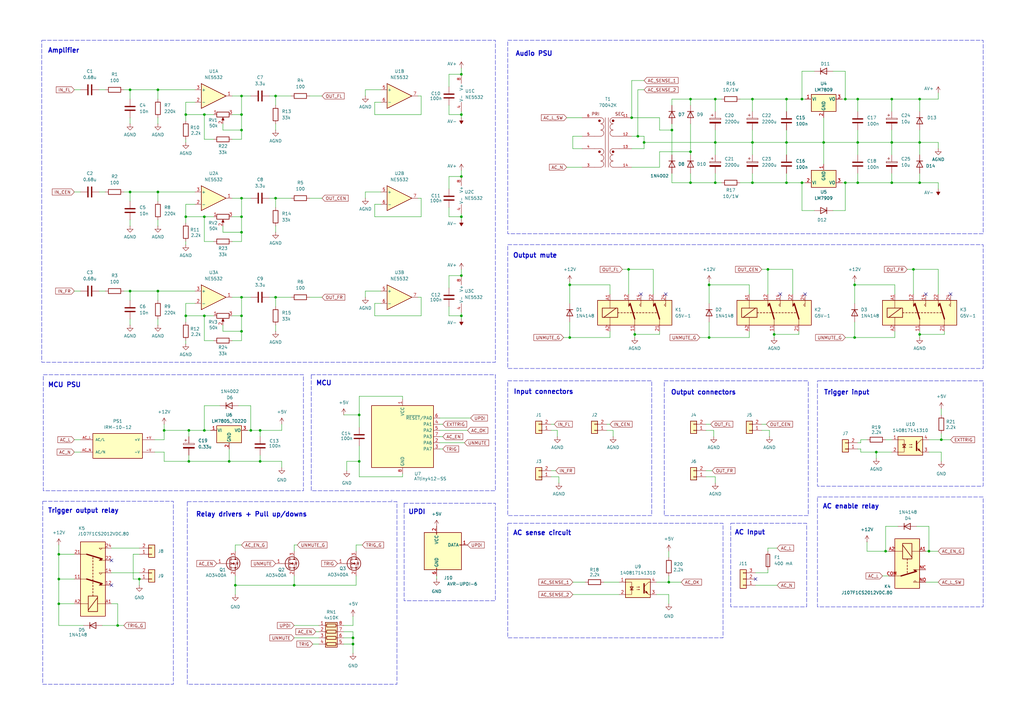
<source format=kicad_sch>
(kicad_sch (version 20231120) (generator "eeschema") (generator_version "8.0")
  (paper "A3")
  (title_block (title "Audio section") (date "2024-08-22") (rev "1"))
  (junction (at 64.77 36.83))
  (junction (at 102.87 176.53))
  (junction (at 189.23 129.54))
  (junction (at 57.15 237.49))
  (junction (at 189.23 88.9))
  (junction (at 67.31 176.53))
  (junction (at 328.93 74.93))
  (junction (at 322.58 40.64))
  (junction (at 53.34 78.74))
  (junction (at 293.37 74.93))
  (junction (at 317.5 137.16))
  (junction (at 83.82 88.9))
  (junction (at 77.47 189.23))
  (junction (at 365.76 40.64))
  (junction (at 328.93 40.64))
  (junction (at 264.16 58.42))
  (junction (at 363.22 226.06))
  (junction (at 64.77 78.74))
  (junction (at 275.59 53.34))
  (junction (at 83.82 176.53))
  (junction (at 24.13 237.49))
  (junction (at 64.77 119.38))
  (junction (at 144.78 264.16))
  (junction (at 283.21 74.93))
  (junction (at 283.21 40.64))
  (junction (at 120.65 240.03))
  (junction (at 283.21 62.23))
  (junction (at 290.83 138.43))
  (junction (at 261.62 55.88))
  (junction (at 99.06 121.92))
  (junction (at 99.06 53.34))
  (junction (at 106.68 176.53))
  (junction (at 351.79 74.93))
  (junction (at 96.52 240.03))
  (junction (at 322.58 74.93))
  (junction (at 308.61 74.93))
  (junction (at 83.82 46.99))
  (junction (at 365.76 74.93))
  (junction (at 113.03 39.37))
  (junction (at 377.19 74.93))
  (junction (at 233.68 138.43))
  (junction (at 350.52 116.84))
  (junction (at 144.78 261.62))
  (junction (at 260.35 137.16))
  (junction (at 48.26 256.54))
  (junction (at 337.82 58.42))
  (junction (at 24.13 227.33))
  (junction (at 76.2 129.54))
  (junction (at 189.23 72.39))
  (junction (at 308.61 40.64))
  (junction (at 377.19 40.64))
  (junction (at 374.65 110.49))
  (junction (at 99.06 95.25))
  (junction (at 53.34 119.38))
  (junction (at 113.03 81.28))
  (junction (at 257.81 110.49))
  (junction (at 359.41 185.42))
  (junction (at 381 226.06))
  (junction (at 293.37 40.64))
  (junction (at 233.68 116.84))
  (junction (at 76.2 88.9))
  (junction (at 113.03 121.92))
  (junction (at 99.06 88.9))
  (junction (at 99.06 129.54))
  (junction (at 351.79 58.42))
  (junction (at 99.06 46.99))
  (junction (at 106.68 189.23))
  (junction (at 293.37 58.42))
  (junction (at 351.79 40.64))
  (junction (at 99.06 135.89))
  (junction (at 76.2 46.99))
  (junction (at 386.08 180.34))
  (junction (at 93.98 189.23))
  (junction (at 83.82 129.54))
  (junction (at 24.13 247.65))
  (junction (at 189.23 30.48))
  (junction (at 147.32 189.23))
  (junction (at 346.71 74.93))
  (junction (at 99.06 39.37))
  (junction (at 189.23 46.99))
  (junction (at 322.58 58.42))
  (junction (at 77.47 176.53))
  (junction (at 259.08 48.26))
  (junction (at 53.34 36.83))
  (junction (at 99.06 81.28))
  (junction (at 308.61 58.42))
  (junction (at 377.19 58.42))
  (junction (at 365.76 58.42))
  (junction (at 189.23 113.03))
  (junction (at 314.96 110.49))
  (junction (at 147.32 170.18))
  (junction (at 350.52 138.43))
  (junction (at 274.32 238.76))
  (junction (at 377.19 137.16))
  (junction (at 346.71 40.64))
  (junction (at 290.83 116.84))
  (no_connect (at 262.89 120.65))
  (no_connect (at 273.05 120.65))
  (no_connect (at 389.89 120.65))
  (no_connect (at 320.04 120.65))
  (no_connect (at 45.72 240.03))
  (no_connect (at 309.88 237.49))
  (no_connect (at 45.72 229.87))
  (no_connect (at 379.73 120.65))
  (no_connect (at 330.2 120.65))
  (wire (pts (xy 308.61 58.42) (xy 308.61 63.5)))
  (wire (pts (xy 259.08 48.26) (xy 270.51 48.26)))
  (wire (pts (xy 172.72 88.9) (xy 153.67 88.9)))
  (wire (pts (xy 48.26 256.54) (xy 50.8 256.54)))
  (wire (pts (xy 257.81 110.49) (xy 267.97 110.49)))
  (wire (pts (xy 365.76 58.42) (xy 377.19 58.42)))
  (wire (pts (xy 386.08 167.64) (xy 386.08 170.18)))
  (wire (pts (xy 293.37 40.64) (xy 293.37 45.72)))
  (wire (pts (xy 351.79 181.61) (xy 353.06 181.61)))
  (wire (pts (xy 274.32 238.76) (xy 279.4 238.76)))
  (wire (pts (xy 95.25 121.92) (xy 99.06 121.92)))
  (wire (pts (xy 189.23 45.72) (xy 189.23 46.99)))
  (wire (pts (xy 144.78 261.62) (xy 144.78 264.16)))
  (wire (pts (xy 83.82 129.54) (xy 87.63 129.54)))
  (wire (pts (xy 308.61 40.64) (xy 322.58 40.64)))
  (wire (pts (xy 40.64 36.83) (xy 43.18 36.83)))
  (wire (pts (xy 76.2 129.54) (xy 83.82 129.54)))
  (wire (pts (xy 53.34 40.64) (xy 53.34 36.83)))
  (wire (pts (xy 30.48 185.42) (xy 33.02 185.42)))
  (wire (pts (xy 184.15 35.56) (xy 184.15 30.48)))
  (wire (pts (xy 264.16 58.42) (xy 293.37 58.42)))
  (wire (pts (xy 76.2 129.54) (xy 76.2 132.08)))
  (wire (pts (xy 363.22 226.06) (xy 363.22 215.9)))
  (wire (pts (xy 106.68 176.53) (xy 115.57 176.53)))
  (wire (pts (xy 120.65 261.62) (xy 130.81 261.62)))
  (wire (pts (xy 377.19 137.16) (xy 387.35 137.16)))
  (wire (pts (xy 384.81 58.42) (xy 384.81 60.96)))
  (wire (pts (xy 234.95 60.96) (xy 238.76 60.96)))
  (wire (pts (xy 99.06 81.28) (xy 99.06 88.9)))
  (wire (pts (xy 113.03 50.8) (xy 113.03 53.34)))
  (wire (pts (xy 251.46 176.53) (xy 251.46 179.07)))
  (wire (pts (xy 379.73 226.06) (xy 381 226.06)))
  (wire (pts (xy 110.49 39.37) (xy 113.03 39.37)))
  (wire (pts (xy 91.44 95.25) (xy 99.06 95.25)))
  (wire (pts (xy 270.51 68.58) (xy 270.51 62.23)))
  (wire (pts (xy 24.13 227.33) (xy 30.48 227.33)))
  (wire (pts (xy 290.83 124.46) (xy 290.83 116.84)))
  (wire (pts (xy 353.06 180.34) (xy 355.6 180.34)))
  (polyline (pts (xy 160.528 205.232) (xy 160.782 205.232)))
  (wire (pts (xy 308.61 53.34) (xy 308.61 58.42)))
  (wire (pts (xy 99.06 57.15) (xy 99.06 53.34)))
  (wire (pts (xy 184.15 72.39) (xy 189.23 72.39)))
  (wire (pts (xy 359.41 185.42) (xy 365.76 185.42)))
  (wire (pts (xy 250.19 138.43) (xy 250.19 135.89)))
  (wire (pts (xy 77.47 189.23) (xy 77.47 186.69)))
  (wire (pts (xy 259.08 68.58) (xy 270.51 68.58)))
  (wire (pts (xy 189.23 87.63) (xy 189.23 88.9)))
  (wire (pts (xy 172.72 129.54) (xy 153.67 129.54)))
  (wire (pts (xy 386.08 180.34) (xy 389.89 180.34)))
  (wire (pts (xy 233.68 132.08) (xy 233.68 138.43)))
  (wire (pts (xy 147.32 170.18) (xy 147.32 162.56)))
  (wire (pts (xy 293.37 74.93) (xy 295.91 74.93)))
  (wire (pts (xy 106.68 189.23) (xy 106.68 186.69)))
  (wire (pts (xy 87.63 139.7) (xy 83.82 139.7)))
  (wire (pts (xy 238.76 55.88) (xy 234.95 55.88)))
  (wire (pts (xy 275.59 53.34) (xy 275.59 50.8)))
  (wire (pts (xy 24.13 247.65) (xy 30.48 247.65)))
  (wire (pts (xy 350.52 124.46) (xy 350.52 116.84)))
  (wire (pts (xy 76.2 100.33) (xy 76.2 99.06)))
  (wire (pts (xy 234.95 55.88) (xy 234.95 60.96)))
  (wire (pts (xy 40.64 119.38) (xy 43.18 119.38)))
  (wire (pts (xy 261.62 55.88) (xy 264.16 55.88)))
  (wire (pts (xy 64.77 119.38) (xy 80.01 119.38)))
  (wire (pts (xy 93.98 189.23) (xy 77.47 189.23)))
  (wire (pts (xy 48.26 256.54) (xy 48.26 247.65)))
  (wire (pts (xy 189.23 110.49) (xy 189.23 113.03)))
  (wire (pts (xy 91.44 95.25) (xy 91.44 92.71)))
  (wire (pts (xy 64.77 48.26) (xy 64.77 50.8)))
  (wire (pts (xy 50.8 36.83) (xy 53.34 36.83)))
  (wire (pts (xy 172.72 81.28) (xy 171.45 81.28)))
  (wire (pts (xy 142.24 189.23) (xy 147.32 189.23)))
  (wire (pts (xy 322.58 40.64) (xy 322.58 45.72)))
  (wire (pts (xy 153.67 46.99) (xy 153.67 41.91)))
  (wire (pts (xy 99.06 88.9) (xy 99.06 95.25)))
  (wire (pts (xy 270.51 48.26) (xy 270.51 53.34)))
  (wire (pts (xy 359.41 185.42) (xy 359.41 187.96)))
  (wire (pts (xy 384.81 40.64) (xy 384.81 38.1)))
  (wire (pts (xy 96.52 240.03) (xy 120.65 240.03)))
  (wire (pts (xy 76.2 58.42) (xy 76.2 57.15)))
  (wire (pts (xy 334.01 86.36) (xy 328.93 86.36)))
  (wire (pts (xy 315.595 176.53) (xy 315.595 179.07)))
  (wire (pts (xy 149.86 81.28) (xy 149.86 78.74)))
  (wire (pts (xy 365.76 40.64) (xy 365.76 45.72)))
  (wire (pts (xy 289.56 193.04) (xy 292.1 193.04)))
  (wire (pts (xy 322.58 58.42) (xy 322.58 63.5)))
  (wire (pts (xy 113.03 81.28) (xy 119.38 81.28)))
  (wire (pts (xy 283.21 40.64) (xy 283.21 43.18)))
  (wire (pts (xy 113.03 39.37) (xy 113.03 43.18)))
  (wire (pts (xy 255.27 110.49) (xy 257.81 110.49)))
  (wire (pts (xy 153.67 41.91) (xy 156.21 41.91)))
  (wire (pts (xy 381 226.06) (xy 384.81 226.06)))
  (wire (pts (xy 283.21 74.93) (xy 293.37 74.93)))
  (wire (pts (xy 283.21 50.8) (xy 283.21 62.23)))
  (wire (pts (xy 63.5 185.42) (xy 67.31 185.42)))
  (wire (pts (xy 140.97 170.18) (xy 147.32 170.18)))
  (wire (pts (xy 260.35 137.16) (xy 260.35 138.43)))
  (wire (pts (xy 83.82 99.06) (xy 83.82 88.9)))
  (wire (pts (xy 149.86 119.38) (xy 156.21 119.38)))
  (wire (pts (xy 53.34 36.83) (xy 64.77 36.83)))
  (wire (pts (xy 180.34 173.99) (xy 181.61 173.99)))
  (wire (pts (xy 287.02 138.43) (xy 290.83 138.43)))
  (wire (pts (xy 270.51 62.23) (xy 283.21 62.23)))
  (wire (pts (xy 346.71 138.43) (xy 350.52 138.43)))
  (wire (pts (xy 234.95 243.84) (xy 254 243.84)))
  (wire (pts (xy 365.76 71.12) (xy 365.76 74.93)))
  (wire (pts (xy 149.86 121.92) (xy 149.86 119.38)))
  (wire (pts (xy 106.68 189.23) (xy 93.98 189.23)))
  (wire (pts (xy 367.03 116.84) (xy 367.03 120.65)))
  (wire (pts (xy 54.61 237.49) (xy 57.15 237.49)))
  (wire (pts (xy 327.66 137.16) (xy 327.66 135.89)))
  (wire (pts (xy 53.34 48.26) (xy 53.34 50.8)))
  (wire (pts (xy 120.65 240.03) (xy 146.05 240.03)))
  (wire (pts (xy 274.32 243.84) (xy 274.32 247.65)))
  (wire (pts (xy 353.06 184.15) (xy 351.79 184.15)))
  (wire (pts (xy 317.5 137.16) (xy 317.5 138.43)))
  (wire (pts (xy 346.71 29.21) (xy 346.71 40.64)))
  (wire (pts (xy 64.77 119.38) (xy 64.77 123.19)))
  (wire (pts (xy 293.37 71.12) (xy 293.37 74.93)))
  (wire (pts (xy 180.34 179.07) (xy 181.61 179.07)))
  (wire (pts (xy 341.63 29.21) (xy 346.71 29.21)))
  (wire (pts (xy 91.44 53.34) (xy 91.44 50.8)))
  (wire (pts (xy 76.2 41.91) (xy 76.2 46.99)))
  (wire (pts (xy 350.52 132.08) (xy 350.52 138.43)))
  (wire (pts (xy 184.15 118.11) (xy 184.15 113.03)))
  (wire (pts (xy 30.48 119.38) (xy 33.02 119.38)))
  (wire (pts (xy 384.81 74.93) (xy 384.81 77.47)))
  (wire (pts (xy 30.48 78.74) (xy 33.02 78.74)))
  (wire (pts (xy 377.19 58.42) (xy 377.19 63.5)))
  (wire (pts (xy 113.03 81.28) (xy 113.03 85.09)))
  (wire (pts (xy 232.41 48.26) (xy 238.76 48.26)))
  (wire (pts (xy 226.06 173.99) (xy 227.33 173.99)))
  (wire (pts (xy 314.96 224.79) (xy 318.77 224.79)))
  (wire (pts (xy 95.25 39.37) (xy 99.06 39.37)))
  (wire (pts (xy 345.44 40.64) (xy 346.71 40.64)))
  (wire (pts (xy 76.2 83.82) (xy 76.2 88.9)))
  (wire (pts (xy 346.71 74.93) (xy 351.79 74.93)))
  (wire (pts (xy 260.35 137.16) (xy 270.51 137.16)))
  (wire (pts (xy 275.59 53.34) (xy 275.59 63.5)))
  (wire (pts (xy 189.23 27.94) (xy 189.23 30.48)))
  (wire (pts (xy 147.32 195.58) (xy 165.1 195.58)))
  (wire (pts (xy 184.15 46.99) (xy 189.23 46.99)))
  (wire (pts (xy 377.19 40.64) (xy 384.81 40.64)))
  (wire (pts (xy 379.73 238.76) (xy 384.81 238.76)))
  (wire (pts (xy 83.82 166.37) (xy 83.82 176.53)))
  (wire (pts (xy 76.2 140.97) (xy 76.2 139.7)))
  (wire (pts (xy 308.61 40.64) (xy 308.61 45.72)))
  (wire (pts (xy 184.15 125.73) (xy 184.15 129.54)))
  (wire (pts (xy 99.06 121.92) (xy 102.87 121.92)))
  (wire (pts (xy 102.87 176.53) (xy 106.68 176.53)))
  (wire (pts (xy 153.67 129.54) (xy 153.67 124.46)))
  (wire (pts (xy 96.52 223.52) (xy 99.06 223.52)))
  (wire (pts (xy 63.5 180.34) (xy 67.31 180.34)))
  (wire (pts (xy 90.17 166.37) (xy 83.82 166.37)))
  (wire (pts (xy 24.13 223.52) (xy 24.13 227.33)))
  (wire (pts (xy 309.88 240.03) (xy 318.77 240.03)))
  (wire (pts (xy 64.77 90.17) (xy 64.77 92.71)))
  (wire (pts (xy 91.44 135.89) (xy 91.44 133.35)))
  (wire (pts (xy 153.67 83.82) (xy 156.21 83.82)))
  (wire (pts (xy 328.93 40.64) (xy 330.2 40.64)))
  (wire (pts (xy 377.19 74.93) (xy 384.81 74.93)))
  (wire (pts (xy 99.06 121.92) (xy 99.06 129.54)))
  (wire (pts (xy 172.72 46.99) (xy 153.67 46.99)))
  (wire (pts (xy 377.19 137.16) (xy 377.19 138.43)))
  (wire (pts (xy 232.41 68.58) (xy 238.76 68.58)))
  (wire (pts (xy 83.82 57.15) (xy 83.82 46.99)))
  (wire (pts (xy 64.77 36.83) (xy 80.01 36.83)))
  (wire (pts (xy 67.31 176.53) (xy 77.47 176.53)))
  (wire (pts (xy 120.65 236.22) (xy 120.65 240.03)))
  (wire (pts (xy 289.56 195.58) (xy 293.37 195.58)))
  (wire (pts (xy 275.59 43.18) (xy 275.59 40.64)))
  (wire (pts (xy 99.06 88.9) (xy 95.25 88.9)))
  (wire (pts (xy 120.65 223.52) (xy 121.92 223.52)))
  (wire (pts (xy 283.21 62.23) (xy 283.21 63.5)))
  (wire (pts (xy 317.5 135.89) (xy 317.5 137.16)))
  (wire (pts (xy 374.65 110.49) (xy 384.81 110.49)))
  (wire (pts (xy 115.57 189.23) (xy 115.57 191.77)))
  (wire (pts (xy 189.23 88.9) (xy 189.23 90.17)))
  (wire (pts (xy 99.06 129.54) (xy 95.25 129.54)))
  (wire (pts (xy 120.65 226.06) (xy 120.65 223.52)))
  (wire (pts (xy 363.22 180.34) (xy 365.76 180.34)))
  (wire (pts (xy 53.34 78.74) (xy 64.77 78.74)))
  (wire (pts (xy 377.19 58.42) (xy 384.81 58.42)))
  (wire (pts (xy 180.34 181.61) (xy 190.5 181.61)))
  (wire (pts (xy 172.72 121.92) (xy 171.45 121.92)))
  (wire (pts (xy 275.59 71.12) (xy 275.59 74.93)))
  (wire (pts (xy 364.49 226.06) (xy 363.22 226.06)))
  (wire (pts (xy 45.72 234.95) (xy 57.15 234.95)))
  (wire (pts (xy 76.2 41.91) (xy 80.01 41.91)))
  (wire (pts (xy 96.52 240.03) (xy 96.52 243.84)))
  (wire (pts (xy 83.82 88.9) (xy 87.63 88.9)))
  (wire (pts (xy 308.61 74.93) (xy 322.58 74.93)))
  (wire (pts (xy 365.76 53.34) (xy 365.76 58.42)))
  (wire (pts (xy 30.48 36.83) (xy 33.02 36.83)))
  (wire (pts (xy 147.32 182.88) (xy 147.32 189.23)))
  (wire (pts (xy 95.25 81.28) (xy 99.06 81.28)))
  (wire (pts (xy 110.49 81.28) (xy 113.03 81.28)))
  (wire (pts (xy 267.97 110.49) (xy 267.97 120.65)))
  (wire (pts (xy 113.03 92.71) (xy 113.03 95.25)))
  (wire (pts (xy 64.77 78.74) (xy 80.01 78.74)))
  (wire (pts (xy 113.03 133.35) (xy 113.03 135.89)))
  (wire (pts (xy 76.2 46.99) (xy 76.2 49.53)))
  (wire (pts (xy 274.32 226.06) (xy 274.32 228.6)))
  (wire (pts (xy 53.34 90.17) (xy 53.34 92.71)))
  (wire (pts (xy 365.76 58.42) (xy 365.76 63.5)))
  (wire (pts (xy 147.32 189.23) (xy 147.32 195.58)))
  (wire (pts (xy 64.77 78.74) (xy 64.77 82.55)))
  (wire (pts (xy 314.96 224.79) (xy 314.96 226.06)))
  (wire (pts (xy 322.58 74.93) (xy 328.93 74.93)))
  (wire (pts (xy 54.61 237.49) (xy 54.61 227.33)))
  (wire (pts (xy 226.06 195.58) (xy 229.235 195.58)))
  (wire (pts (xy 350.52 116.84) (xy 367.03 116.84)))
  (wire (pts (xy 172.72 39.37) (xy 171.45 39.37)))
  (wire (pts (xy 189.23 129.54) (xy 189.23 130.81)))
  (wire (pts (xy 115.57 189.23) (xy 106.68 189.23)))
  (wire (pts (xy 351.79 74.93) (xy 365.76 74.93)))
  (wire (pts (xy 248.92 173.99) (xy 250.19 173.99)))
  (wire (pts (xy 328.93 74.93) (xy 330.2 74.93)))
  (wire (pts (xy 127 39.37) (xy 132.08 39.37)))
  (wire (pts (xy 381 215.9) (xy 375.92 215.9)))
  (wire (pts (xy 50.8 119.38) (xy 53.34 119.38)))
  (wire (pts (xy 377.19 71.12) (xy 377.19 74.93)))
  (wire (pts (xy 91.44 53.34) (xy 99.06 53.34)))
  (wire (pts (xy 290.83 132.08) (xy 290.83 138.43)))
  (wire (pts (xy 328.93 29.21) (xy 328.93 40.64)))
  (wire (pts (xy 76.2 88.9) (xy 83.82 88.9)))
  (wire (pts (xy 184.15 113.03) (xy 189.23 113.03)))
  (wire (pts (xy 97.79 166.37) (xy 102.87 166.37)))
  (wire (pts (xy 144.78 259.08) (xy 144.78 261.62)))
  (wire (pts (xy 365.76 40.64) (xy 377.19 40.64)))
  (wire (pts (xy 290.83 116.84) (xy 307.34 116.84)))
  (wire (pts (xy 367.03 138.43) (xy 367.03 135.89)))
  (wire (pts (xy 83.82 176.53) (xy 86.36 176.53)))
  (wire (pts (xy 180.34 171.45) (xy 193.04 171.45)))
  (wire (pts (xy 387.35 137.16) (xy 387.35 135.89)))
  (wire (pts (xy 99.06 139.7) (xy 95.25 139.7)))
  (wire (pts (xy 226.06 176.53) (xy 228.6 176.53)))
  (wire (pts (xy 184.15 85.09) (xy 184.15 88.9)))
  (wire (pts (xy 247.65 238.76) (xy 254 238.76)))
  (wire (pts (xy 24.13 227.33) (xy 24.13 237.49)))
  (wire (pts (xy 293.37 195.58) (xy 293.37 198.12)))
  (wire (pts (xy 351.79 40.64) (xy 351.79 45.72)))
  (wire (pts (xy 290.83 138.43) (xy 307.34 138.43)))
  (wire (pts (xy 99.06 46.99) (xy 95.25 46.99)))
  (wire (pts (xy 67.31 176.53) (xy 67.31 173.99)))
  (wire (pts (xy 45.72 224.79) (xy 57.15 224.79)))
  (wire (pts (xy 283.21 40.64) (xy 293.37 40.64)))
  (wire (pts (xy 76.2 46.99) (xy 83.82 46.99)))
  (wire (pts (xy 363.22 215.9) (xy 368.3 215.9)))
  (wire (pts (xy 99.06 129.54) (xy 99.06 135.89)))
  (wire (pts (xy 64.77 36.83) (xy 64.77 40.64)))
  (wire (pts (xy 184.15 43.18) (xy 184.15 46.99)))
  (wire (pts (xy 99.06 81.28) (xy 102.87 81.28)))
  (wire (pts (xy 67.31 185.42) (xy 67.31 189.23)))
  (wire (pts (xy 270.51 53.34) (xy 275.59 53.34)))
  (wire (pts (xy 149.86 78.74) (xy 156.21 78.74)))
  (wire (pts (xy 274.32 238.76) (xy 274.32 236.22)))
  (wire (pts (xy 259.08 55.88) (xy 261.62 55.88)))
  (wire (pts (xy 99.06 99.06) (xy 99.06 95.25)))
  (wire (pts (xy 377.19 53.34) (xy 377.19 58.42)))
  (wire (pts (xy 341.63 86.36) (xy 346.71 86.36)))
  (wire (pts (xy 113.03 39.37) (xy 119.38 39.37)))
  (wire (pts (xy 146.05 226.06) (xy 146.05 223.52)))
  (wire (pts (xy 269.24 243.84) (xy 274.32 243.84)))
  (wire (pts (xy 307.34 116.84) (xy 307.34 120.65)))
  (wire (pts (xy 314.96 233.68) (xy 314.96 234.95)))
  (wire (pts (xy 115.57 176.53) (xy 115.57 173.99)))
  (wire (pts (xy 303.53 40.64) (xy 308.61 40.64)))
  (wire (pts (xy 180.34 184.15) (xy 181.61 184.15)))
  (wire (pts (xy 189.23 128.27) (xy 189.23 129.54)))
  (wire (pts (xy 99.06 139.7) (xy 99.06 135.89)))
  (wire (pts (xy 307.34 138.43) (xy 307.34 135.89)))
  (wire (pts (xy 289.56 173.99) (xy 291.465 173.99)))
  (wire (pts (xy 374.65 110.49) (xy 374.65 120.65)))
  (wire (pts (xy 275.59 40.64) (xy 283.21 40.64)))
  (wire (pts (xy 67.31 180.34) (xy 67.31 176.53)))
  (wire (pts (xy 290.83 115.57) (xy 290.83 116.84)))
  (wire (pts (xy 231.14 138.43) (xy 233.68 138.43)))
  (wire (pts (xy 127 121.92) (xy 132.08 121.92)))
  (wire (pts (xy 325.12 110.49) (xy 325.12 120.65)))
  (wire (pts (xy 275.59 74.93) (xy 283.21 74.93)))
  (wire (pts (xy 248.92 176.53) (xy 251.46 176.53)))
  (wire (pts (xy 372.11 110.49) (xy 374.65 110.49)))
  (wire (pts (xy 165.1 162.56) (xy 165.1 163.83)))
  (wire (pts (xy 351.79 53.34) (xy 351.79 58.42)))
  (wire (pts (xy 129.54 259.08) (xy 130.81 259.08)))
  (wire (pts (xy 377.19 40.64) (xy 377.19 45.72)))
  (wire (pts (xy 87.63 57.15) (xy 83.82 57.15)))
  (wire (pts (xy 233.68 124.46) (xy 233.68 116.84)))
  (wire (pts (xy 77.47 176.53) (xy 77.47 179.07)))
  (wire (pts (xy 351.79 71.12) (xy 351.79 74.93)))
  (wire (pts (xy 384.81 110.49) (xy 384.81 120.65)))
  (wire (pts (xy 146.05 223.52) (xy 148.59 223.52)))
  (wire (pts (xy 292.735 176.53) (xy 292.735 179.07)))
  (wire (pts (xy 293.37 53.34) (xy 293.37 58.42)))
  (wire (pts (xy 346.71 86.36) (xy 346.71 74.93)))
  (wire (pts (xy 334.01 29.21) (xy 328.93 29.21)))
  (wire (pts (xy 259.08 60.96) (xy 264.16 60.96)))
  (wire (pts (xy 184.15 30.48) (xy 189.23 30.48)))
  (wire (pts (xy 53.34 130.81) (xy 53.34 133.35)))
  (wire (pts (xy 386.08 185.42) (xy 386.08 189.23)))
  (wire (pts (xy 283.21 74.93) (xy 283.21 71.12)))
  (wire (pts (xy 337.82 48.26) (xy 337.82 58.42)))
  (wire (pts (xy 77.47 176.53) (xy 83.82 176.53)))
  (wire (pts (xy 308.61 58.42) (xy 322.58 58.42)))
  (wire (pts (xy 24.13 256.54) (xy 34.29 256.54)))
  (wire (pts (xy 234.95 238.76) (xy 240.03 238.76)))
  (wire (pts (xy 53.34 123.19) (xy 53.34 119.38)))
  (wire (pts (xy 350.52 115.57) (xy 350.52 116.84)))
  (wire (pts (xy 93.98 189.23) (xy 93.98 184.15)))
  (wire (pts (xy 303.53 74.93) (xy 308.61 74.93)))
  (wire (pts (xy 351.79 58.42) (xy 365.76 58.42)))
  (wire (pts (xy 53.34 82.55) (xy 53.34 78.74)))
  (wire (pts (xy 322.58 58.42) (xy 337.82 58.42)))
  (wire (pts (xy 147.32 162.56) (xy 165.1 162.56)))
  (wire (pts (xy 312.42 176.53) (xy 315.595 176.53)))
  (wire (pts (xy 260.35 135.89) (xy 260.35 137.16)))
  (wire (pts (xy 189.23 46.99) (xy 189.23 48.26)))
  (wire (pts (xy 53.34 119.38) (xy 64.77 119.38)))
  (wire (pts (xy 226.06 193.04) (xy 227.965 193.04)))
  (wire (pts (xy 57.15 240.03) (xy 57.15 237.49)))
  (wire (pts (xy 180.34 176.53) (xy 191.77 176.53)))
  (wire (pts (xy 264.16 33.02) (xy 259.08 33.02)))
  (wire (pts (xy 101.6 176.53) (xy 102.87 176.53)))
  (wire (pts (xy 99.06 39.37) (xy 99.06 46.99)))
  (wire (pts (xy 144.78 264.16) (xy 144.78 267.97)))
  (wire (pts (xy 77.47 189.23) (xy 67.31 189.23)))
  (wire (pts (xy 30.48 180.34) (xy 33.02 180.34)))
  (wire (pts (xy 250.19 116.84) (xy 250.19 120.65)))
  (wire (pts (xy 24.13 237.49) (xy 30.48 237.49)))
  (wire (pts (xy 76.2 83.82) (xy 80.01 83.82)))
  (wire (pts (xy 140.97 259.08) (xy 144.78 259.08)))
  (wire (pts (xy 314.96 110.49) (xy 325.12 110.49)))
  (wire (pts (xy 87.63 99.06) (xy 83.82 99.06)))
  (wire (pts (xy 96.52 226.06) (xy 96.52 223.52)))
  (wire (pts (xy 351.79 58.42) (xy 351.79 63.5)))
  (wire (pts (xy 264.16 36.83) (xy 261.62 36.83)))
  (wire (pts (xy 110.49 121.92) (xy 113.03 121.92)))
  (wire (pts (xy 312.42 110.49) (xy 314.96 110.49)))
  (wire (pts (xy 365.76 74.93) (xy 377.19 74.93)))
  (wire (pts (xy 76.2 124.46) (xy 80.01 124.46)))
  (wire (pts (xy 353.06 185.42) (xy 359.41 185.42)))
  (wire (pts (xy 147.32 175.26) (xy 147.32 170.18)))
  (wire (pts (xy 345.44 74.93) (xy 346.71 74.93)))
  (wire (pts (xy 140.97 261.62) (xy 144.78 261.62)))
  (wire (pts (xy 259.08 33.02) (xy 259.08 48.26)))
  (wire (pts (xy 322.58 71.12) (xy 322.58 74.93)))
  (wire (pts (xy 337.82 58.42) (xy 351.79 58.42)))
  (wire (pts (xy 83.82 46.99) (xy 87.63 46.99)))
  (wire (pts (xy 54.61 227.33) (xy 57.15 227.33)))
  (wire (pts (xy 165.1 194.31) (xy 165.1 195.58)))
  (wire (pts (xy 189.23 69.85) (xy 189.23 72.39)))
  (wire (pts (xy 99.06 99.06) (xy 95.25 99.06)))
  (wire (pts (xy 314.96 110.49) (xy 314.96 120.65)))
  (wire (pts (xy 377.19 135.89) (xy 377.19 137.16)))
  (wire (pts (xy 322.58 40.64) (xy 328.93 40.64)))
  (wire (pts (xy 386.08 180.34) (xy 386.08 177.8)))
  (wire (pts (xy 381 185.42) (xy 386.08 185.42)))
  (wire (pts (xy 293.37 58.42) (xy 293.37 63.5)))
  (wire (pts (xy 172.72 121.92) (xy 172.72 129.54)))
  (wire (pts (xy 184.15 129.54) (xy 189.23 129.54)))
  (wire (pts (xy 270.51 137.16) (xy 270.51 135.89)))
  (wire (pts (xy 128.27 264.16) (xy 130.81 264.16)))
  (wire (pts (xy 113.03 121.92) (xy 113.03 125.73)))
  (wire (pts (xy 328.93 86.36) (xy 328.93 74.93)))
  (wire (pts (xy 346.71 40.64) (xy 351.79 40.64)))
  (wire (pts (xy 24.13 237.49) (xy 24.13 247.65)))
  (wire (pts (xy 233.68 138.43) (xy 250.19 138.43)))
  (wire (pts (xy 361.95 236.22) (xy 364.49 236.22)))
  (wire (pts (xy 99.06 39.37) (xy 102.87 39.37)))
  (wire (pts (xy 172.72 39.37) (xy 172.72 46.99)))
  (wire (pts (xy 76.2 124.46) (xy 76.2 129.54)))
  (wire (pts (xy 106.68 176.53) (xy 106.68 179.07)))
  (wire (pts (xy 64.77 130.81) (xy 64.77 133.35)))
  (wire (pts (xy 153.67 88.9) (xy 153.67 83.82)))
  (wire (pts (xy 113.03 121.92) (xy 119.38 121.92)))
  (wire (pts (xy 381 180.34) (xy 386.08 180.34)))
  (wire (pts (xy 76.2 88.9) (xy 76.2 91.44)))
  (wire (pts (xy 96.52 236.22) (xy 96.52 240.03)))
  (wire (pts (xy 264.16 55.88) (xy 264.16 58.42)))
  (wire (pts (xy 228.6 176.53) (xy 228.6 179.07)))
  (wire (pts (xy 99.06 46.99) (xy 99.06 53.34)))
  (wire (pts (xy 308.61 71.12) (xy 308.61 74.93)))
  (wire (pts (xy 229.235 195.58) (xy 229.235 198.12)))
  (wire (pts (xy 184.15 77.47) (xy 184.15 72.39)))
  (wire (pts (xy 355.6 226.06) (xy 355.6 222.25)))
  (wire (pts (xy 45.72 247.65) (xy 48.26 247.65)))
  (wire (pts (xy 314.96 234.95) (xy 309.88 234.95)))
  (wire (pts (xy 50.8 78.74) (xy 53.34 78.74)))
  (wire (pts (xy 91.44 135.89) (xy 99.06 135.89)))
  (wire (pts (xy 83.82 139.7) (xy 83.82 129.54)))
  (wire (pts (xy 261.62 36.83) (xy 261.62 55.88)))
  (wire (pts (xy 233.68 115.57) (xy 233.68 116.84)))
  (wire (pts (xy 233.68 116.84) (xy 250.19 116.84)))
  (wire (pts (xy 353.06 185.42) (xy 353.06 184.15)))
  (wire (pts (xy 317.5 137.16) (xy 327.66 137.16)))
  (wire (pts (xy 257.81 110.49) (xy 257.81 120.65)))
  (wire (pts (xy 269.24 238.76) (xy 274.32 238.76)))
  (wire (pts (xy 24.13 247.65) (xy 24.13 256.54)))
  (wire (pts (xy 144.78 252.73) (xy 144.78 256.54)))
  (wire (pts (xy 350.52 138.43) (xy 367.03 138.43)))
  (wire (pts (xy 127 81.28) (xy 132.08 81.28)))
  (wire (pts (xy 40.64 78.74) (xy 43.18 78.74)))
  (wire (pts (xy 149.86 39.37) (xy 149.86 36.83)))
  (wire (pts (xy 140.97 256.54) (xy 144.78 256.54)))
  (wire (pts (xy 293.37 58.42) (xy 308.61 58.42)))
  (wire (pts (xy 312.42 173.99) (xy 314.325 173.99)))
  (wire (pts (xy 153.67 124.46) (xy 156.21 124.46)))
  (wire (pts (xy 264.16 58.42) (xy 264.16 60.96)))
  (wire (pts (xy 184.15 88.9) (xy 189.23 88.9)))
  (wire (pts (xy 146.05 236.22) (xy 146.05 240.03)))
  (wire (pts (xy 179.07 236.22) (xy 179.07 237.49)))
  (wire (pts (xy 172.72 81.28) (xy 172.72 88.9)))
  (wire (pts (xy 322.58 53.34) (xy 322.58 58.42)))
  (wire (pts (xy 41.91 256.54) (xy 48.26 256.54)))
  (wire (pts (xy 120.65 256.54) (xy 130.81 256.54)))
  (wire (pts (xy 99.06 57.15) (xy 95.25 57.15)))
  (wire (pts (xy 355.6 226.06) (xy 363.22 226.06)))
  (wire (pts (xy 293.37 40.64) (xy 295.91 40.64)))
  (wire (pts (xy 289.56 176.53) (xy 292.735 176.53)))
  (wire (pts (xy 102.87 166.37) (xy 102.87 176.53)))
  (wire (pts (xy 149.86 36.83) (xy 156.21 36.83)))
  (wire (pts (xy 140.97 264.16) (xy 144.78 264.16)))
  (wire (pts (xy 337.82 58.42) (xy 337.82 67.31)))
  (wire (pts (xy 142.24 193.04) (xy 142.24 189.23)))
  (wire (pts (xy 351.79 40.64) (xy 365.76 40.64)))
  (wire (pts (xy 381 226.06) (xy 381 215.9)))
  (wire (pts (xy 353.06 181.61) (xy 353.06 180.34)))
  (rectangle (start 17.78 153.67) (end 124.46 201.295) (stroke (width 0) (type dash)))
  (rectangle (start 17.145 16.51) (end 203.2 148.59) (stroke (width 0) (type dash)))
  (rectangle (start 208.28 214.63) (end 296.545 261.62) (stroke (width 0) (type dash)))
  (rectangle (start 335.28 156.21) (end 403.225 199.39) (stroke (width 0) (type dash)))
  (rectangle (start 208.28 156.21) (end 267.335 211.455) (stroke (width 0) (type dash)))
  (rectangle (start 208.28 100.33) (end 403.225 151.13) (stroke (width 0) (type dash)))
  (rectangle (start 299.72 214.63) (end 330.835 248.92) (stroke (width 0) (type dash)))
  (rectangle (start 76.835 205.74) (end 162.814 280.67) (stroke (width 0) (type dash)))
  (rectangle (start 208.28 16.51) (end 403.225 95.885) (stroke (width 0) (type dash)))
  (rectangle (start 127.635 153.67) (end 203.2 201.295) (stroke (width 0) (type dash)))
  (rectangle (start 17.526 205.613) (end 71.12 280.67) (stroke (width 0) (type dash)))
  (rectangle (start 165.735 206.375) (end 203.2 246.38) (stroke (width 0) (type dash)))
  (rectangle (start 272.415 156.21) (end 331.47 211.455) (stroke (width 0) (type dash)))
  (rectangle (start 335.28 203.835) (end 403.225 248.92) (stroke (width 0) (type dash)))
  (text "Output connectors" (at 275.082 161.036 0) (effects (font (size 1.905 1.905) (thickness 0.381) (bold yes)) (justify left)))
  (text "Amplifier" (at 19.558 20.828 0) (effects (font (size 1.905 1.905) (thickness 0.381) (bold yes)) (justify left)))
  (text "AC sense circuit" (at 210.312 218.694 0) (effects (font (size 1.905 1.905) (thickness 0.381) (bold yes)) (justify left)))
  (text "Relay drivers + Pull up/downs" (at 80.264 211.074 0) (effects (font (size 1.905 1.905) (thickness 0.381) (bold yes)) (justify left)))
  (text "Trigger input" (at 337.82 161.036 0) (effects (font (size 1.905 1.905) (thickness 0.381) (bold yes)) (justify left)))
  (text "Audio PSU\n" (at 211.328 22.098 0) (effects (font (size 1.905 1.905) (thickness 0.381) (bold yes)) (justify left)))
  (text "Trigger output relay" (at 19.558 209.55 0) (effects (font (size 1.905 1.905) (thickness 0.381) (bold yes)) (justify left)))
  (text "Output mute" (at 210.312 104.902 0) (effects (font (size 1.905 1.905) (thickness 0.381) (bold yes)) (justify left)))
  (text "MCU PSU" (at 19.558 157.988 0) (effects (font (size 1.905 1.905) (thickness 0.381) (bold yes)) (justify left)))
  (text "AC Input" (at 301.244 218.44 0) (effects (font (size 1.905 1.905) (thickness 0.381) (bold yes)) (justify left)))
  (text "Input connectors" (at 210.566 160.782 0) (effects (font (size 1.905 1.905) (thickness 0.381) (bold yes)) (justify left)))
  (text "AC enable relay" (at 337.312 207.772 0) (effects (font (size 1.905 1.905) (thickness 0.381) (bold yes)) (justify left)))
  (text "UPDI" (at 167.386 210.058 0) (effects (font (size 1.905 1.905) (thickness 0.381) (bold yes)) (justify left)))
  (text "MCU" (at 129.54 157.226 0) (effects (font (size 1.905 1.905) (thickness 0.381) (bold yes)) (justify left)))
  (global_label "AC_OK" (shape input) (at 191.77 176.53 0) (property "Intersheetrefs" "${INTERSHEET_REFS}" (effects (hide yes))))
  (global_label "UNMUTE_G" (shape input) (at 287.02 138.43 180) (property "Intersheetrefs" "${INTERSHEET_REFS}" (effects (hide yes))))
  (global_label "AC_SENSE_2" (shape input) (at 234.95 243.84 180) (property "Intersheetrefs" "${INTERSHEET_REFS}" (effects (hide yes))))
  (global_label "TRIG" (shape input) (at 138.43 231.14 180) (property "Intersheetrefs" "${INTERSHEET_REFS}" (effects (hide yes))))
  (global_label "OUT_CEN" (shape input) (at 312.42 110.49 180) (property "Intersheetrefs" "${INTERSHEET_REFS}" (effects (hide yes))))
  (global_label "AC_EN_G" (shape input) (at 99.06 223.52 0) (property "Intersheetrefs" "${INTERSHEET_REFS}" (effects (hide yes))))
  (global_label "AC_EN" (shape input) (at 129.54 259.08 180) (property "Intersheetrefs" "${INTERSHEET_REFS}" (effects (hide yes))))
  (global_label "OUT_FR" (shape input) (at 132.08 121.92 0) (property "Intersheetrefs" "${INTERSHEET_REFS}" (effects (hide yes))))
  (global_label "UNMUTE" (shape input) (at 120.65 261.62 180) (property "Intersheetrefs" "${INTERSHEET_REFS}" (effects (hide yes))))
  (global_label "OUT_FL" (shape input) (at 132.08 39.37 0) (property "Intersheetrefs" "${INTERSHEET_REFS}" (effects (hide yes))))
  (global_label "AC_L_SW" (shape input) (at 232.41 48.26 180) (property "Intersheetrefs" "${INTERSHEET_REFS}" (effects (hide yes))))
  (global_label "AC_L" (shape input) (at 30.48 180.34 180) (property "Intersheetrefs" "${INTERSHEET_REFS}" (effects (hide yes))))
  (global_label "OUT_FL" (shape input) (at 291.465 173.99 0) (property "Intersheetrefs" "${INTERSHEET_REFS}" (effects (hide yes))))
  (global_label "OUT_FL" (shape input) (at 255.27 110.49 180) (property "Intersheetrefs" "${INTERSHEET_REFS}" (effects (hide yes))))
  (global_label "AC_EN" (shape input) (at 181.61 179.07 0) (property "Intersheetrefs" "${INTERSHEET_REFS}" (effects (hide yes))))
  (global_label "OUT_FR" (shape input) (at 292.1 193.04 0) (property "Intersheetrefs" "${INTERSHEET_REFS}" (effects (hide yes))))
  (global_label "AC_L" (shape input) (at 318.77 224.79 0) (property "Intersheetrefs" "${INTERSHEET_REFS}" (effects (hide yes))))
  (global_label "UPDI" (shape input) (at 120.65 256.54 180) (property "Intersheetrefs" "${INTERSHEET_REFS}" (effects (hide yes))))
  (global_label "UNMUTE" (shape input) (at 190.5 181.61 0) (property "Intersheetrefs" "${INTERSHEET_REFS}" (effects (hide yes))))
  (global_label "OUT_FR" (shape input) (at 372.11 110.49 180) (property "Intersheetrefs" "${INTERSHEET_REFS}" (effects (hide yes))))
  (global_label "AC_L" (shape input) (at 361.95 236.22 180) (property "Intersheetrefs" "${INTERSHEET_REFS}" (effects (hide yes))))
  (global_label "AC_EN_G" (shape input) (at 384.81 226.06 0) (property "Intersheetrefs" "${INTERSHEET_REFS}" (effects (hide yes))))
  (global_label "IN_CEN" (shape input) (at 250.19 173.99 0) (property "Intersheetrefs" "${INTERSHEET_REFS}" (effects (hide yes))))
  (global_label "AC_N" (shape input) (at 318.77 240.03 0) (property "Intersheetrefs" "${INTERSHEET_REFS}" (effects (hide yes))))
  (global_label "UNMUTE_G" (shape input) (at 231.14 138.43 180) (property "Intersheetrefs" "${INTERSHEET_REFS}" (effects (hide yes))))
  (global_label "TRIG" (shape input) (at 128.27 264.16 180) (property "Intersheetrefs" "${INTERSHEET_REFS}" (effects (hide yes))))
  (global_label "AC_N" (shape input) (at 30.48 185.42 180) (property "Intersheetrefs" "${INTERSHEET_REFS}" (effects (hide yes))))
  (global_label "UNMUTE" (shape input) (at 113.03 231.14 180) (property "Intersheetrefs" "${INTERSHEET_REFS}" (effects (hide yes))))
  (global_label "TRIG_G" (shape input) (at 50.8 256.54 0) (property "Intersheetrefs" "${INTERSHEET_REFS}" (effects (hide yes))))
  (global_label "AC_SENSE_2" (shape input) (at 264.16 36.83 0) (property "Intersheetrefs" "${INTERSHEET_REFS}" (effects (hide yes))))
  (global_label "IN_FL" (shape input) (at 30.48 36.83 180) (property "Intersheetrefs" "${INTERSHEET_REFS}" (effects (hide yes))))
  (global_label "OUT_CEN" (shape input) (at 132.08 81.28 0) (property "Intersheetrefs" "${INTERSHEET_REFS}" (effects (hide yes))))
  (global_label "UPDI" (shape input) (at 193.04 171.45 0) (property "Intersheetrefs" "${INTERSHEET_REFS}" (effects (hide yes))))
  (global_label "UPDI" (shape input) (at 191.77 223.52 0) (property "Intersheetrefs" "${INTERSHEET_REFS}" (effects (hide yes))))
  (global_label "EXTTRIG" (shape input) (at 181.61 173.99 0) (property "Intersheetrefs" "${INTERSHEET_REFS}" (effects (hide yes))))
  (global_label "AC_SENSE_1" (shape input) (at 234.95 238.76 180) (property "Intersheetrefs" "${INTERSHEET_REFS}" (effects (hide yes))))
  (global_label "IN_FR" (shape input) (at 30.48 119.38 180) (property "Intersheetrefs" "${INTERSHEET_REFS}" (effects (hide yes))))
  (global_label "AC_SENSE_1" (shape input) (at 264.16 33.02 0) (property "Intersheetrefs" "${INTERSHEET_REFS}" (effects (hide yes))))
  (global_label "EXTTRIG" (shape input) (at 389.89 180.34 0) (property "Intersheetrefs" "${INTERSHEET_REFS}" (effects (hide yes))))
  (global_label "AC_N" (shape input) (at 232.41 68.58 180) (property "Intersheetrefs" "${INTERSHEET_REFS}" (effects (hide yes))))
  (global_label "IN_CEN" (shape input) (at 30.48 78.74 180) (property "Intersheetrefs" "${INTERSHEET_REFS}" (effects (hide yes))))
  (global_label "UNMUTE_G" (shape input) (at 121.92 223.52 0) (property "Intersheetrefs" "${INTERSHEET_REFS}" (effects (hide yes))))
  (global_label "IN_FL" (shape input) (at 227.33 173.99 0) (property "Intersheetrefs" "${INTERSHEET_REFS}" (effects (hide yes))))
  (global_label "AC_L_SW" (shape input) (at 384.81 238.76 0) (property "Intersheetrefs" "${INTERSHEET_REFS}" (effects (hide yes))))
  (global_label "TRIG_G" (shape input) (at 148.59 223.52 0) (property "Intersheetrefs" "${INTERSHEET_REFS}" (effects (hide yes))))
  (global_label "UNMUTE_G" (shape input) (at 346.71 138.43 180) (property "Intersheetrefs" "${INTERSHEET_REFS}" (effects (hide yes))))
  (global_label "TRIG" (shape input) (at 181.61 184.15 0) (property "Intersheetrefs" "${INTERSHEET_REFS}" (effects (hide yes))))
  (global_label "OUT_CEN" (shape input) (at 314.325 173.99 0) (property "Intersheetrefs" "${INTERSHEET_REFS}" (effects (hide yes))))
  (global_label "IN_FR" (shape input) (at 227.965 193.04 0) (property "Intersheetrefs" "${INTERSHEET_REFS}" (effects (hide yes))))
  (global_label "AC_OK" (shape input) (at 279.4 238.76 0) (property "Intersheetrefs" "${INTERSHEET_REFS}" (effects (hide yes))))
  (global_label "AC_EN" (shape input) (at 88.9 231.14 180) (property "Intersheetrefs" "${INTERSHEET_REFS}" (effects (hide yes))))
  (symbol (lib_id "Diode:1N4002") (at 275.59 67.31 270) (unit 1)
    (property "Reference" "D8" (at 278.13 67.3099 90) (effects (justify left)))
    (property "Value" "1N4002" (effects (hide yes)))
    (property "Footprint" "Diode_THT:D_DO-41_SOD81_P10.16mm_Horizontal" (effects (hide yes)))
    (property "Datasheet" "http://www.vishay.com/docs/88503/1n4001.pdf" (effects (hide yes)))
    (property "Description" "100V 1A General Purpose Rectifier Diode, DO-41" (effects (hide yes)))
    (property "Sim.Device" "D" (effects (hide yes)))
    (property "Sim.Pins" "1=K 2=A" (effects (hide yes)))
  )
  (symbol (lib_id "Device:R") (at 299.72 40.64 90) (unit 1)
    (property "Reference" "R16" (at 299.72 34.29 90))
    (property "Value" "10/1W" (at 299.72 36.83 90))
    (property "Footprint" "Resistor_THT:R_Axial_DIN0411_L9.9mm_D3.6mm_P12.70mm_Horizontal" (effects (hide yes)))
    (property "Description" "Resistor" (effects (hide yes)))
  )
  (symbol (lib_id "power:GND") (at 96.52 243.84 0) (unit 1)
    (property "Reference" "#PWR0125" (effects (hide yes)))
    (property "Value" "GND" (at 96.52 248.92 0))
    (property "Description" "Power symbol creates a global label with name \"GND\" , ground" (effects (hide yes)))
  )
  (symbol (lib_id "Device:D") (at 372.11 215.9 0) (mirror x) (unit 1)
    (property "Reference" "D4" (at 372.364 212.598 0))
    (property "Value" "1N4148" (at 372.364 210.058 0))
    (property "Footprint" "Diode_THT:D_DO-35_SOD27_P7.62mm_Horizontal" (effects (hide yes)))
    (property "Description" "Diode" (effects (hide yes)))
    (property "Sim.Device" "D" (effects (hide yes)))
    (property "Sim.Pins" "1=K 2=A" (effects (hide yes)))
  )
  (symbol (lib_id "Regulator_Linear:LM7805_TO220") (at 93.98 176.53 0) (unit 1)
    (property "Reference" "U6" (at 93.98 170.18 0))
    (property "Value" "LM7805_TO220" (at 93.98 172.72 0))
    (property "Footprint" "Package_TO_SOT_THT:TO-220-3_Vertical" (effects (hide yes)))
    (property "Datasheet" "https://www.onsemi.cn/PowerSolutions/document/MC7800-D.PDF" (effects (hide yes)))
    (property "Description" "Positive 1A 35V Linear Regulator, Fixed Output 5V, TO-220" (effects (hide yes)))
  )
  (symbol (lib_id "power:GND") (at 113.03 135.89 0) (mirror y) (unit 1)
    (property "Reference" "#PWR0116" (effects (hide yes)))
    (property "Value" "AGND" (at 113.03 140.335 0))
    (property "Description" "Power symbol creates a global label with name \"GND\" , ground" (effects (hide yes)))
  )
  (symbol (lib_id "Device:D") (at 38.1 256.54 0) (unit 1)
    (property "Reference" "D5" (at 33.528 258.318 0))
    (property "Value" "1N4148" (at 32.004 260.35 0))
    (property "Footprint" "Diode_THT:D_DO-35_SOD27_P7.62mm_Horizontal" (effects (hide yes)))
    (property "Description" "Diode" (effects (hide yes)))
    (property "Sim.Device" "D" (effects (hide yes)))
    (property "Sim.Pins" "1=K 2=A" (effects (hide yes)))
  )
  (symbol (lib_id "Connector_Generic:Conn_01x02") (at 346.71 184.15 180) (unit 1)
    (property "Reference" "J7" (at 346.71 177.8 0))
    (property "Value" "Conn_01x02" (effects (hide yes)))
    (property "Footprint" "Connector_JST:JST_XH_B2B-XH-AM_1x02_P2.50mm_Vertical" (effects (hide yes)))
    (property "Description" "Generic connector, single row, 01x02, script generated (kicad-library-utils/schlib/autogen/connector/)" (effects (hide yes)))
  )
  (symbol (lib_id "power:GND") (at 228.6 179.07 0) (unit 1)
    (property "Reference" "#PWR0142" (effects (hide yes)))
    (property "Value" "AGND" (at 228.6 183.515 0))
    (property "Description" "Power symbol creates a global label with name \"GND\" , ground" (effects (hide yes)))
  )
  (symbol (lib_id "Device:R") (at 46.99 36.83 270) (mirror x) (unit 1)
    (property "Reference" "R1" (at 46.99 30.48 90))
    (property "Value" "100" (at 46.99 33.02 90))
    (property "Footprint" "Resistor_THT:R_Axial_DIN0204_L3.6mm_D1.6mm_P7.62mm_Horizontal" (effects (hide yes)))
    (property "Description" "Resistor" (effects (hide yes)))
  )
  (symbol (lib_id "Device:R") (at 113.03 129.54 0) (unit 1)
    (property "Reference" "R15" (at 115.57 128.2699 0) (effects (justify left)))
    (property "Value" "33k" (at 115.57 130.8099 0) (effects (justify left)))
    (property "Footprint" "Resistor_THT:R_Axial_DIN0204_L3.6mm_D1.6mm_P7.62mm_Horizontal" (effects (hide yes)))
    (property "Description" "Resistor" (effects (hide yes)))
  )
  (symbol (lib_id "power:+15V") (at 384.81 38.1 0) (mirror y) (unit 1)
    (property "Reference" "#PWR0150" (effects (hide yes)))
    (property "Value" "AV+" (at 381 36.322 0))
    (property "Description" "Power symbol creates a global label with name \"+15V\"" (effects (hide yes)))
  )
  (symbol (lib_id "power:GND") (at 64.77 92.71 0) (unit 1)
    (property "Reference" "#PWR0112" (effects (hide yes)))
    (property "Value" "AGND" (at 64.77 97.155 0))
    (property "Description" "Power symbol creates a global label with name \"GND\" , ground" (effects (hide yes)))
  )
  (symbol (lib_id "power:GND") (at 386.08 189.23 0) (unit 1)
    (property "Reference" "#PWR0143" (effects (hide yes)))
    (property "Value" "GND" (at 386.08 194.31 0))
    (property "Description" "Power symbol creates a global label with name \"GND\" , ground" (effects (hide yes)))
  )
  (symbol (lib_id "Device:C") (at 106.68 81.28 90) (unit 1)
    (property "Reference" "C8" (at 106.68 73.66 90))
    (property "Value" "3.3u" (at 106.68 76.2 90))
    (property "Description" "Unpolarized capacitor" (effects (hide yes)))
  )
  (symbol (lib_id "Transistor_FET:AO3400A") (at 118.11 231.14 0) (unit 1)
    (property "Reference" "Q2" (at 114.046 233.68 0) (effects (justify left)))
    (property "Value" "AO3400A" (at 108.966 235.966 0) (effects (justify left)))
    (property "Footprint" "Package_TO_SOT_SMD:SOT-23" (effects (hide yes)))
    (property "Datasheet" "http://www.aosmd.com/pdfs/datasheet/AO3400A.pdf" (effects (hide yes)))
    (property "Description" "30V Vds, 5.7A Id, N-Channel MOSFET, SOT-23" (effects (hide yes)))
  )
  (symbol (lib_id "Device:D") (at 93.98 166.37 0) (mirror x) (unit 1)
    (property "Reference" "D6" (at 94.234 163.068 0))
    (property "Value" "1N4002" (at 94.234 160.528 0))
    (property "Footprint" "Diode_THT:D_DO-41_SOD81_P10.16mm_Horizontal" (effects (hide yes)))
    (property "Description" "Diode" (effects (hide yes)))
    (property "Sim.Device" "D" (effects (hide yes)))
    (property "Sim.Pins" "1=K 2=A" (effects (hide yes)))
  )
  (symbol (lib_id "Device:R") (at 91.44 139.7 90) (unit 1)
    (property "Reference" "R24" (at 91.44 142.494 90))
    (property "Value" "33k" (at 91.44 145.034 90))
    (property "Footprint" "Resistor_THT:R_Axial_DIN0204_L3.6mm_D1.6mm_P7.62mm_Horizontal" (effects (hide yes)))
    (property "Description" "Resistor" (effects (hide yes)))
  )
  (symbol (lib_id "Device:R_Potentiometer") (at 91.44 46.99 90) (mirror x) (unit 1)
    (property "Reference" "RV1" (at 87.376 49.276 90))
    (property "Value" "50k" (at 89.408 51.562 90) (effects (justify left)))
    (property "Footprint" "gain_box:TRIM_PV36W503C01B00" (effects (hide yes)))
    (property "Description" "Potentiometer" (effects (hide yes)))
  )
  (symbol (lib_id "power:GND") (at 64.77 50.8 0) (unit 1)
    (property "Reference" "#PWR0107" (effects (hide yes)))
    (property "Value" "AGND" (at 64.77 55.245 0))
    (property "Description" "Power symbol creates a global label with name \"GND\" , ground" (effects (hide yes)))
  )
  (symbol (lib_id "power:-15V") (at 189.23 90.17 180) (unit 1)
    (property "Reference" "#PWR0102" (effects (hide yes)))
    (property "Value" "AV-" (at 185.42 91.694 0))
    (property "Description" "Power symbol creates a global label with name \"-15V\"" (effects (hide yes)))
  )
  (symbol (lib_id "power:GND") (at 149.86 39.37 0) (mirror y) (unit 1)
    (property "Reference" "#PWR0121" (effects (hide yes)))
    (property "Value" "AGND" (at 149.86 43.815 0))
    (property "Description" "Power symbol creates a global label with name \"GND\" , ground" (effects (hide yes)))
  )
  (symbol (lib_id "Device:C") (at 106.68 182.88 0) (unit 1)
    (property "Reference" "C13" (at 110.49 180.848 0) (effects (justify left)))
    (property "Value" "100n" (at 110.236 182.88 0) (effects (justify left)))
    (property "Description" "Unpolarized capacitor" (effects (hide yes)))
  )
  (symbol (lib_id "power:+5V") (at 386.08 167.64 0) (unit 1)
    (property "Reference" "#PWR0144" (effects (hide yes)))
    (property "Value" "+5V" (at 386.08 162.56 0))
    (property "Description" "Power symbol creates a global label with name \"+5V\"" (effects (hide yes)))
  )
  (symbol (lib_id "Device:R") (at 123.19 39.37 270) (mirror x) (unit 1)
    (property "Reference" "R4" (at 123.19 33.02 90))
    (property "Value" "100" (at 123.19 35.56 90))
    (property "Footprint" "Resistor_THT:R_Axial_DIN0204_L3.6mm_D1.6mm_P7.62mm_Horizontal" (effects (hide yes)))
    (property "Description" "Resistor" (effects (hide yes)))
  )
  (symbol (lib_id "Device:R") (at 46.99 119.38 270) (mirror x) (unit 1)
    (property "Reference" "R3" (at 46.99 113.03 90))
    (property "Value" "100" (at 46.99 115.57 90))
    (property "Footprint" "Resistor_THT:R_Axial_DIN0204_L3.6mm_D1.6mm_P7.62mm_Horizontal" (effects (hide yes)))
    (property "Description" "Resistor" (effects (hide yes)))
  )
  (symbol (lib_id "Relay:FINDER-30.22") (at 38.1 237.49 270) (mirror x) (unit 1)
    (property "Reference" "K5" (at 33.528 216.662 90))
    (property "Value" "J107F1CS2012VDC.80" (at 42.418 218.948 90))
    (property "Footprint" "Relay_THT:Relay_DPDT_Finder_30.22" (effects (hide yes)))
    (property "Datasheet" "http://gfinder.findernet.com/assets/Series/354/S30EN.pdf" (effects (hide yes)))
    (property "Description" "FINDER 30.52, Dual Pole Relay, Subminiature 5mm Pitch, 2A" (effects (hide yes)))
  )
  (symbol (lib_id "Connector_Generic:Conn_01x02") (at 243.84 176.53 180) (unit 1)
    (property "Reference" "J2" (at 243.84 170.18 0))
    (property "Value" "Conn_01x02" (effects (hide yes)))
    (property "Footprint" "Connector_JST:JST_XH_B2B-XH-AM_1x02_P2.50mm_Vertical" (effects (hide yes)))
    (property "Description" "Generic connector, single row, 01x02, script generated (kicad-library-utils/schlib/autogen/connector/)" (effects (hide yes)))
  )
  (symbol (lib_id "power:GND") (at 144.78 267.97 0) (unit 1)
    (property "Reference" "#PWR0126" (effects (hide yes)))
    (property "Value" "GND" (at 144.78 273.05 0))
    (property "Description" "Power symbol creates a global label with name \"GND\" , ground" (effects (hide yes)))
  )
  (symbol (lib_id "power:GND") (at 317.5 138.43 0) (mirror y) (unit 1)
    (property "Reference" "#PWR01" (effects (hide yes)))
    (property "Value" "AGND" (at 317.5 142.875 0))
    (property "Description" "Power symbol creates a global label with name \"GND\" , ground" (effects (hide yes)))
  )
  (symbol (lib_id "power:GND") (at 293.37 198.12 0) (unit 1)
    (property "Reference" "#PWR0136" (effects (hide yes)))
    (property "Value" "AGND" (at 293.37 202.565 0))
    (property "Description" "Power symbol creates a global label with name \"GND\" , ground" (effects (hide yes)))
  )
  (symbol (lib_id "Device:C_Polarized") (at 293.37 67.31 0) (unit 1)
    (property "Reference" "C21" (at 297.18 65.1509 0) (effects (justify left)))
    (property "Value" "2200u" (at 297.18 67.6909 0) (effects (justify left)))
    (property "Description" "Polarized capacitor" (effects (hide yes)))
  )
  (symbol (lib_id "Device:C_Polarized") (at 365.76 67.31 0) (unit 1)
    (property "Reference" "C25" (at 369.57 65.1509 0) (effects (justify left)))
    (property "Value" "10u" (at 369.57 67.6909 0) (effects (justify left)))
    (property "Description" "Polarized capacitor" (effects (hide yes)))
  )
  (symbol (lib_id "Device:R") (at 64.77 44.45 0) (unit 1)
    (property "Reference" "R7" (at 67.31 43.1799 0) (effects (justify left)))
    (property "Value" "220k" (at 67.31 45.7199 0) (effects (justify left)))
    (property "Footprint" "Resistor_THT:R_Axial_DIN0204_L3.6mm_D1.6mm_P7.62mm_Horizontal" (effects (hide yes)))
    (property "Description" "Resistor" (effects (hide yes)))
  )
  (symbol (lib_id "Diode:1N4002") (at 283.21 67.31 270) (unit 1)
    (property "Reference" "D10" (at 285.75 67.3099 90) (effects (justify left)))
    (property "Value" "1N4002" (effects (hide yes)))
    (property "Footprint" "Diode_THT:D_DO-41_SOD81_P10.16mm_Horizontal" (effects (hide yes)))
    (property "Datasheet" "http://www.vishay.com/docs/88503/1n4001.pdf" (effects (hide yes)))
    (property "Description" "100V 1A General Purpose Rectifier Diode, DO-41" (effects (hide yes)))
    (property "Sim.Device" "D" (effects (hide yes)))
    (property "Sim.Pins" "1=K 2=A" (effects (hide yes)))
  )
  (symbol (lib_id "power:GND") (at 113.03 95.25 0) (mirror y) (unit 1)
    (property "Reference" "#PWR0117" (effects (hide yes)))
    (property "Value" "AGND" (at 113.03 99.695 0))
    (property "Description" "Power symbol creates a global label with name \"GND\" , ground" (effects (hide yes)))
  )
  (symbol (lib_id "power:+15V") (at 189.23 110.49 0) (mirror y) (unit 1)
    (property "Reference" "#PWR0103" (effects (hide yes)))
    (property "Value" "AV+" (at 185.42 108.712 0))
    (property "Description" "Power symbol creates a global label with name \"+15V\"" (effects (hide yes)))
  )
  (symbol (lib_id "Amplifier_Operational:NE5532") (at 191.77 80.01 0) (unit 3)
    (property "Reference" "U2" (at 190.5 78.7399 0) (effects (justify left)))
    (property "Value" "NE5532" (at 190.5 81.2799 0) (effects (justify left)))
    (property "Footprint" "Package_DIP:DIP-8_W7.62mm" (effects (hide yes)))
    (property "Datasheet" "http://www.ti.com/lit/ds/symlink/ne5532.pdf" (effects (hide yes)))
    (property "Description" "Dual Low-Noise Operational Amplifiers, DIP-8/SOIC-8" (effects (hide yes)))
  )
  (symbol (lib_id "power:+12V") (at 179.07 215.9 0) (unit 1)
    (property "Reference" "#PWR0134" (effects (hide yes)))
    (property "Value" "+5V" (at 179.07 210.82 0))
    (property "Description" "Power symbol creates a global label with name \"+12V\"" (effects (hide yes)))
  )
  (symbol (lib_id "Device:R") (at 123.19 81.28 270) (mirror x) (unit 1)
    (property "Reference" "R5" (at 123.19 74.93 90))
    (property "Value" "100" (at 123.19 77.47 90))
    (property "Footprint" "Resistor_THT:R_Axial_DIN0204_L3.6mm_D1.6mm_P7.62mm_Horizontal" (effects (hide yes)))
    (property "Description" "Resistor" (effects (hide yes)))
  )
  (symbol (lib_id "Device:D") (at 350.52 128.27 270) (unit 1)
    (property "Reference" "D3" (at 353.06 126.9999 90) (effects (justify left)))
    (property "Value" "1N4148" (at 353.06 129.5399 90) (effects (justify left)))
    (property "Footprint" "Diode_THT:D_DO-35_SOD27_P7.62mm_Horizontal" (effects (hide yes)))
    (property "Description" "Diode" (effects (hide yes)))
    (property "Sim.Device" "D" (effects (hide yes)))
    (property "Sim.Pins" "1=K 2=A" (effects (hide yes)))
  )
  (symbol (lib_id "power:-15V") (at 189.23 48.26 180) (unit 1)
    (property "Reference" "#PWR0120" (effects (hide yes)))
    (property "Value" "AV-" (at 185.42 49.784 0))
    (property "Description" "Power symbol creates a global label with name \"-15V\"" (effects (hide yes)))
  )
  (symbol (lib_id "power:+12V") (at 350.52 115.57 0) (unit 1)
    (property "Reference" "#PWR0101" (effects (hide yes)))
    (property "Value" "+12V" (at 350.52 110.49 0))
    (property "Description" "Power symbol creates a global label with name \"+12V\"" (effects (hide yes)))
  )
  (symbol (lib_id "Device:R") (at 386.08 173.99 0) (mirror x) (unit 1)
    (property "Reference" "R21" (at 391.922 172.974 0) (effects (justify right)))
    (property "Value" "2.2k" (at 392.176 175.26 0) (effects (justify right)))
    (property "Footprint" "Resistor_SMD:R_0805_2012Metric_Pad1.20x1.40mm_HandSolder" (effects (hide yes)))
    (property "Description" "Resistor" (effects (hide yes)))
  )
  (symbol (lib_id "power:+12V") (at 24.13 223.52 0) (mirror y) (unit 1)
    (property "Reference" "#PWR0123" (effects (hide yes)))
    (property "Value" "+12V" (at 24.13 218.44 0))
    (property "Description" "Power symbol creates a global label with name \"+12V\"" (effects (hide yes)))
  )
  (symbol (lib_id "Device:C") (at 184.15 121.92 180) (unit 1)
    (property "Reference" "C12" (at 176.784 120.904 0) (effects (justify right)))
    (property "Value" "100n" (at 176.276 122.936 0) (effects (justify right)))
    (property "Description" "Unpolarized capacitor" (effects (hide yes)))
  )
  (symbol (lib_id "power:-15V") (at 189.23 130.81 180) (unit 1)
    (property "Reference" "#PWR0114" (effects (hide yes)))
    (property "Value" "AV-" (at 185.42 132.334 0))
    (property "Description" "Power symbol creates a global label with name \"-15V\"" (effects (hide yes)))
  )
  (symbol (lib_id "gain_box:IRM-10-12") (at 48.26 182.88 0) (unit 1)
    (property "Reference" "PS1" (at 48.26 172.72 0))
    (property "Value" "IRM-10-12" (at 48.26 175.26 0))
    (property "Footprint" "gain_box:CONV_IRM-10-12" (effects (hide yes)))
    (property "MF" "MEAN WELL" (effects (hide yes)))
    (property "MAXIMUM_PACKAGE_HEIGHT" "21.5 mm" (effects (hide yes)))
    (property "Package" "None" (effects (hide yes)))
    (property "Price" "None" (effects (hide yes)))
    (property "Check_prices" "https://www.snapeda.com/parts/IRM-10-12/Mean+Well/view-part/?ref=eda" (effects (hide yes)))
    (property "STANDARD" "IPC 7351B" (effects (hide yes)))
    (property "PARTREV" "2022-04-25" (effects (hide yes)))
    (property "SnapEDA_Link" "https://www.snapeda.com/parts/IRM-10-12/Mean+Well/view-part/?ref=snap" (effects (hide yes)))
    (property "MP" "IRM-10-12" (effects (hide yes)))
    (property "Purchase-URL" "https://www.snapeda.com/api/url_track_click_mouser/?unipart_id=6837137&manufacturer=MEAN WELL&part_name=IRM-10-12&search_term=None" (effects (hide yes)))
    (property "Description_1" "\nPower Supply,AC-DC,12V,0.85A,100-264V In,Encapsulated,Thru-Hole,IRM Series | MEAN WELL IRM-10-12\n" (effects (hide yes)))
    (property "MANUFACTURER" "MEAN WELL USA" (effects (hide yes)))
    (property "Availability" "In Stock" (effects (hide yes)))
    (property "SNAPEDA_PN" "IRM-10-12" (effects (hide yes)))
  )
  (symbol (lib_id "power:GND") (at 384.81 60.96 0) (mirror y) (unit 1)
    (property "Reference" "#PWR0151" (effects (hide yes)))
    (property "Value" "AGND" (at 384.81 65.405 0))
    (property "Description" "Power symbol creates a global label with name \"GND\" , ground" (effects (hide yes)))
  )
  (symbol (lib_id "Device:R") (at 113.03 88.9 0) (unit 1)
    (property "Reference" "R14" (at 115.57 87.6299 0) (effects (justify left)))
    (property "Value" "33k" (at 115.57 90.1699 0) (effects (justify left)))
    (property "Footprint" "Resistor_THT:R_Axial_DIN0204_L3.6mm_D1.6mm_P7.62mm_Horizontal" (effects (hide yes)))
    (property "Description" "Resistor" (effects (hide yes)))
  )
  (symbol (lib_id "power:GND") (at 229.235 198.12 0) (unit 1)
    (property "Reference" "#PWR0141" (effects (hide yes)))
    (property "Value" "AGND" (at 229.235 202.565 0))
    (property "Description" "Power symbol creates a global label with name \"GND\" , ground" (effects (hide yes)))
  )
  (symbol (lib_id "Device:C_Polarized") (at 308.61 67.31 0) (unit 1)
    (property "Reference" "C23" (at 312.42 65.1509 0) (effects (justify left)))
    (property "Value" "2200u" (at 312.42 67.6909 0) (effects (justify left)))
    (property "Description" "Polarized capacitor" (effects (hide yes)))
  )
  (symbol (lib_id "Diode:1N4002") (at 377.19 49.53 270) (unit 1)
    (property "Reference" "D13" (at 380.238 48.26 90) (effects (justify left)))
    (property "Value" "1N4002" (effects (hide yes)))
    (property "Footprint" "Diode_THT:D_DO-41_SOD81_P10.16mm_Horizontal" (effects (hide yes)))
    (property "Datasheet" "http://www.vishay.com/docs/88503/1n4001.pdf" (effects (hide yes)))
    (property "Description" "100V 1A General Purpose Rectifier Diode, DO-41" (effects (hide yes)))
    (property "Sim.Device" "D" (effects (hide yes)))
    (property "Sim.Pins" "1=K 2=A" (effects (hide yes)))
  )
  (symbol (lib_id "power:+12V") (at 144.78 252.73 0) (unit 1)
    (property "Reference" "#PWR0132" (effects (hide yes)))
    (property "Value" "+5V" (at 144.78 247.65 0))
    (property "Description" "Power symbol creates a global label with name \"+12V\"" (effects (hide yes)))
  )
  (symbol (lib_id "Device:R") (at 299.72 74.93 90) (unit 1)
    (property "Reference" "R17" (at 299.72 77.978 90))
    (property "Value" "10/1W" (at 299.72 80.518 90))
    (property "Footprint" "Resistor_THT:R_Axial_DIN0411_L9.9mm_D3.6mm_P12.70mm_Horizontal" (effects (hide yes)))
    (property "Description" "Resistor" (effects (hide yes)))
  )
  (symbol (lib_id "power:GND") (at 274.32 247.65 0) (unit 1)
    (property "Reference" "#PWR0139" (effects (hide yes)))
    (property "Value" "GND" (at 274.32 252.73 0))
    (property "Description" "Power symbol creates a global label with name \"GND\" , ground" (effects (hide yes)))
  )
  (symbol (lib_id "Device:C") (at 106.68 39.37 90) (unit 1)
    (property "Reference" "C7" (at 106.68 31.75 90))
    (property "Value" "3.3u" (at 106.68 34.29 90))
    (property "Description" "Unpolarized capacitor" (effects (hide yes)))
  )
  (symbol (lib_id "power:+12V") (at 140.97 170.18 0) (unit 1)
    (property "Reference" "#PWR0131" (effects (hide yes)))
    (property "Value" "+5V" (at 140.97 165.1 0))
    (property "Description" "Power symbol creates a global label with name \"+12V\"" (effects (hide yes)))
  )
  (symbol (lib_id "Amplifier_Operational:NE5532") (at 191.77 38.1 0) (unit 3)
    (property "Reference" "U1" (at 190.754 37.338 0) (effects (justify left)))
    (property "Value" "NE5532" (at 190.754 39.878 0) (effects (justify left)))
    (property "Footprint" "Package_DIP:DIP-8_W7.62mm" (effects (hide yes)))
    (property "Datasheet" "http://www.ti.com/lit/ds/symlink/ne5532.pdf" (effects (hide yes)))
    (property "Description" "Dual Low-Noise Operational Amplifiers, DIP-8/SOIC-8" (effects (hide yes)))
  )
  (symbol (lib_id "Connector_Generic:Conn_01x02") (at 284.48 195.58 180) (unit 1)
    (property "Reference" "J6" (at 284.48 189.23 0))
    (property "Value" "Conn_01x02" (effects (hide yes)))
    (property "Footprint" "Connector_JST:JST_XH_B2B-XH-AM_1x02_P2.50mm_Vertical" (effects (hide yes)))
    (property "Description" "Generic connector, single row, 01x02, script generated (kicad-library-utils/schlib/autogen/connector/)" (effects (hide yes)))
  )
  (symbol (lib_id "Amplifier_Operational:NE5532") (at 87.63 39.37 0) (unit 1)
    (property "Reference" "U1" (at 87.63 29.21 0))
    (property "Value" "NE5532" (at 87.63 31.75 0))
    (property "Footprint" "Package_DIP:DIP-8_W7.62mm" (effects (hide yes)))
    (property "Datasheet" "http://www.ti.com/lit/ds/symlink/ne5532.pdf" (effects (hide yes)))
    (property "Description" "Dual Low-Noise Operational Amplifiers, DIP-8/SOIC-8" (effects (hide yes)))
  )
  (symbol (lib_id "power:GND") (at 142.24 193.04 0) (unit 1)
    (property "Reference" "#PWR0130" (effects (hide yes)))
    (property "Value" "GND" (at 142.24 198.12 0))
    (property "Description" "Power symbol creates a global label with name \"GND\" , ground" (effects (hide yes)))
  )
  (symbol (lib_id "Isolator:PC817") (at 373.38 182.88 0) (unit 1)
    (property "Reference" "U10" (at 373.38 173.99 0))
    (property "Value" "140817141310" (at 373.38 176.53 0))
    (property "Footprint" "Package_DIP:DIP-4_W7.62mm" (effects (hide yes)))
    (property "Datasheet" "https://www.we-online.com/components/products/datasheet/140817140110.pdf" (effects (hide yes)))
    (property "Description" "DC Optocoupler, Vce 35V, CTR 200-400%, DIP-4" (effects (hide yes)))
  )
  (symbol (lib_id "power:GND") (at 64.77 133.35 0) (unit 1)
    (property "Reference" "#PWR0110" (effects (hide yes)))
    (property "Value" "AGND" (at 64.77 137.795 0))
    (property "Description" "Power symbol creates a global label with name \"GND\" , ground" (effects (hide yes)))
  )
  (symbol (lib_id "Connector_Generic:Conn_01x02") (at 220.98 176.53 180) (unit 1)
    (property "Reference" "J1" (at 220.98 170.18 0))
    (property "Value" "Conn_01x02" (effects (hide yes)))
    (property "Footprint" "Connector_JST:JST_XH_B2B-XH-AM_1x02_P2.50mm_Vertical" (effects (hide yes)))
    (property "Description" "Generic connector, single row, 01x02, script generated (kicad-library-utils/schlib/autogen/connector/)" (effects (hide yes)))
  )
  (symbol (lib_id "Device:C") (at 147.32 179.07 0) (unit 1)
    (property "Reference" "C14" (at 139.954 177.8 0) (effects (justify left)))
    (property "Value" "100n" (at 139.7 179.832 0) (effects (justify left)))
    (property "Description" "Unpolarized capacitor" (effects (hide yes)))
  )
  (symbol (lib_id "Device:C") (at 106.68 121.92 90) (unit 1)
    (property "Reference" "C9" (at 106.68 114.3 90))
    (property "Value" "3.3u" (at 106.68 116.84 90))
    (property "Description" "Unpolarized capacitor" (effects (hide yes)))
  )
  (symbol (lib_id "Device:C") (at 53.34 86.36 180) (unit 1)
    (property "Reference" "C5" (at 57.15 85.0899 0) (effects (justify right)))
    (property "Value" "10n" (at 57.15 87.6299 0) (effects (justify right)))
    (property "Description" "Unpolarized capacitor" (effects (hide yes)))
  )
  (symbol (lib_id "Connector_Generic:Conn_01x02") (at 62.23 227.33 0) (mirror x) (unit 1)
    (property "Reference" "J8" (at 64.77 226.0601 0) (effects (justify left)))
    (property "Value" "Conn_01x02" (effects (hide yes)))
    (property "Footprint" "Connector_JST:JST_XH_B2B-XH-AM_1x02_P2.50mm_Vertical" (effects (hide yes)))
    (property "Description" "Generic connector, single row, 01x02, script generated (kicad-library-utils/schlib/autogen/connector/)" (effects (hide yes)))
  )
  (symbol (lib_id "Device:D") (at 290.83 128.27 270) (unit 1)
    (property "Reference" "D2" (at 293.37 126.9999 90) (effects (justify left)))
    (property "Value" "1N4148" (at 293.37 129.5399 90) (effects (justify left)))
    (property "Footprint" "Diode_THT:D_DO-35_SOD27_P7.62mm_Horizontal" (effects (hide yes)))
    (property "Description" "Diode" (effects (hide yes)))
    (property "Sim.Device" "D" (effects (hide yes)))
    (property "Sim.Pins" "1=K 2=A" (effects (hide yes)))
  )
  (symbol (lib_id "power:GND") (at 251.46 179.07 0) (unit 1)
    (property "Reference" "#PWR0140" (effects (hide yes)))
    (property "Value" "AGND" (at 251.46 183.515 0))
    (property "Description" "Power symbol creates a global label with name \"GND\" , ground" (effects (hide yes)))
  )
  (symbol (lib_id "Amplifier_Operational:NE5532") (at 163.83 81.28 0) (unit 2)
    (property "Reference" "U2" (at 163.83 71.12 0))
    (property "Value" "NE5532" (at 163.83 73.66 0))
    (property "Footprint" "Package_DIP:DIP-8_W7.62mm" (effects (hide yes)))
    (property "Datasheet" "http://www.ti.com/lit/ds/symlink/ne5532.pdf" (effects (hide yes)))
    (property "Description" "Dual Low-Noise Operational Amplifiers, DIP-8/SOIC-8" (effects (hide yes)))
  )
  (symbol (lib_id "Device:R_Potentiometer") (at 91.44 129.54 90) (mirror x) (unit 1)
    (property "Reference" "RV3" (at 87.376 132.08 90))
    (property "Value" "50k" (at 89.408 134.366 90) (effects (justify left)))
    (property "Footprint" "gain_box:TRIM_PV36W503C01B00" (effects (hide yes)))
    (property "Description" "Potentiometer" (effects (hide yes)))
  )
  (symbol (lib_id "power:GND") (at 76.2 140.97 0) (mirror y) (unit 1)
    (property "Reference" "#PWR0115" (effects (hide yes)))
    (property "Value" "AGND" (at 76.2 145.415 0))
    (property "Description" "Power symbol creates a global label with name \"GND\" , ground" (effects (hide yes)))
  )
  (symbol (lib_id "power:GND") (at 149.86 81.28 0) (mirror y) (unit 1)
    (property "Reference" "#PWR0105" (effects (hide yes)))
    (property "Value" "AGND" (at 149.86 85.725 0))
    (property "Description" "Power symbol creates a global label with name \"GND\" , ground" (effects (hide yes)))
  )
  (symbol (lib_id "power:GND") (at 260.35 138.43 0) (mirror y) (unit 1)
    (property "Reference" "#PWR0147" (effects (hide yes)))
    (property "Value" "AGND" (at 260.35 142.875 0))
    (property "Description" "Power symbol creates a global label with name \"GND\" , ground" (effects (hide yes)))
  )
  (symbol (lib_id "Device:C") (at 36.83 119.38 90) (unit 1)
    (property "Reference" "C3" (at 36.83 111.76 90))
    (property "Value" "0.68u" (at 36.83 114.3 90))
    (property "Footprint" "Capacitor_THT:C_Rect_L26.5mm_W10.5mm_P22.50mm_MKS4" (effects (hide yes)))
    (property "Description" "Unpolarized capacitor" (effects (hide yes)))
  )
  (symbol (lib_id "Regulator_Linear:LM7909_TO220") (at 337.82 74.93 0) (unit 1)
    (property "Reference" "U5" (at 337.82 78.74 0))
    (property "Value" "LM7909" (at 337.82 81.28 0))
    (property "Footprint" "Package_TO_SOT_THT:TO-220-3_Vertical" (effects (hide yes)))
    (property "Datasheet" "https://www.onsemi.com/pub/Collateral/MC7900-D.PDF" (effects (hide yes)))
    (property "Description" "Negative 1A 35V Linear Regulator, Fixed Output 9V, TO-220" (effects (hide yes)))
  )
  (symbol (lib_id "Amplifier_Operational:NE5532") (at 87.63 121.92 0) (unit 1)
    (property "Reference" "U3" (at 87.63 111.76 0))
    (property "Value" "NE5532" (at 87.63 114.3 0))
    (property "Footprint" "Package_DIP:DIP-8_W7.62mm" (effects (hide yes)))
    (property "Datasheet" "http://www.ti.com/lit/ds/symlink/ne5532.pdf" (effects (hide yes)))
    (property "Description" "Dual Low-Noise Operational Amplifiers, DIP-8/SOIC-8" (effects (hide yes)))
  )
  (symbol (lib_id "Device:R") (at 123.19 121.92 270) (mirror x) (unit 1)
    (property "Reference" "R6" (at 123.19 115.57 90))
    (property "Value" "100" (at 123.19 118.11 90))
    (property "Footprint" "Resistor_THT:R_Axial_DIN0204_L3.6mm_D1.6mm_P7.62mm_Horizontal" (effects (hide yes)))
    (property "Description" "Resistor" (effects (hide yes)))
  )
  (symbol (lib_id "Device:C") (at 36.83 78.74 90) (unit 1)
    (property "Reference" "C2" (at 36.83 71.12 90))
    (property "Value" "0.68u" (at 36.83 73.66 90))
    (property "Footprint" "Capacitor_THT:C_Rect_L26.5mm_W10.5mm_P22.50mm_MKS4" (effects (hide yes)))
    (property "Description" "Unpolarized capacitor" (effects (hide yes)))
  )
  (symbol (lib_id "Device:R") (at 76.2 95.25 0) (mirror y) (unit 1)
    (property "Reference" "R11" (at 77.978 94.234 0) (effects (justify right)))
    (property "Value" "2.2k" (at 78.232 96.52 0) (effects (justify right)))
    (property "Footprint" "Resistor_THT:R_Axial_DIN0204_L3.6mm_D1.6mm_P7.62mm_Horizontal" (effects (hide yes)))
    (property "Description" "Resistor" (effects (hide yes)))
  )
  (symbol (lib_id "power:+15V") (at 189.23 27.94 0) (mirror y) (unit 1)
    (property "Reference" "#PWR0118" (effects (hide yes)))
    (property "Value" "AV+" (at 185.42 26.162 0))
    (property "Description" "Power symbol creates a global label with name \"+15V\"" (effects (hide yes)))
  )
  (symbol (lib_id "Amplifier_Operational:NE5532") (at 163.83 39.37 0) (unit 2)
    (property "Reference" "U1" (at 163.83 29.21 0))
    (property "Value" "NE5532" (at 163.83 31.75 0))
    (property "Footprint" "Package_DIP:DIP-8_W7.62mm" (effects (hide yes)))
    (property "Datasheet" "http://www.ti.com/lit/ds/symlink/ne5532.pdf" (effects (hide yes)))
    (property "Description" "Dual Low-Noise Operational Amplifiers, DIP-8/SOIC-8" (effects (hide yes)))
  )
  (symbol (lib_id "Diode:1N4002") (at 283.21 46.99 270) (unit 1)
    (property "Reference" "D9" (at 285.75 46.9899 90) (effects (justify left)))
    (property "Value" "1N4002" (effects (hide yes)))
    (property "Footprint" "Diode_THT:D_DO-41_SOD81_P10.16mm_Horizontal" (effects (hide yes)))
    (property "Datasheet" "http://www.vishay.com/docs/88503/1n4001.pdf" (effects (hide yes)))
    (property "Description" "100V 1A General Purpose Rectifier Diode, DO-41" (effects (hide yes)))
    (property "Sim.Device" "D" (effects (hide yes)))
    (property "Sim.Pins" "1=K 2=A" (effects (hide yes)))
  )
  (symbol (lib_id "power:+12V") (at 67.31 173.99 0) (unit 1)
    (property "Reference" "#PWR0127" (effects (hide yes)))
    (property "Value" "+12V" (at 67.31 168.91 0))
    (property "Description" "Power symbol creates a global label with name \"+12V\"" (effects (hide yes)))
  )
  (symbol (lib_id "power:GND") (at 359.41 187.96 0) (unit 1)
    (property "Reference" "#PWR0145" (effects (hide yes)))
    (property "Value" "AGND" (at 359.41 192.405 0))
    (property "Description" "Power symbol creates a global label with name \"GND\" , ground" (effects (hide yes)))
  )
  (symbol (lib_id "Device:R_Potentiometer") (at 91.44 88.9 90) (mirror x) (unit 1)
    (property "Reference" "RV2" (at 87.376 91.44 90))
    (property "Value" "50k" (at 89.408 93.726 90) (effects (justify left)))
    (property "Footprint" "gain_box:TRIM_PV36W503C01B00" (effects (hide yes)))
    (property "Description" "Potentiometer" (effects (hide yes)))
  )
  (symbol (lib_id "Relay:FINDER-30.22") (at 377.19 128.27 0) (unit 1)
    (property "Reference" "K3" (at 393.7 126.9999 0) (effects (justify left)))
    (property "Value" "G5V-1" (at 393.7 129.5399 0) (effects (justify left)))
    (property "Footprint" "Relay_THT:Relay_DPDT_Finder_30.22" (effects (hide yes)))
    (property "Datasheet" "http://gfinder.findernet.com/assets/Series/354/S30EN.pdf" (effects (hide yes)))
    (property "Description" "FINDER 30.52, Dual Pole Relay, Subminiature 5mm Pitch, 2A" (effects (hide yes)))
  )
  (symbol (lib_id "Device:R_Pack04") (at 135.89 261.62 270) (unit 1)
    (property "Reference" "RN1" (at 135.89 251.0282 90))
    (property "Value" "4x10K" (at 135.89 253.3396 90))
    (property "Footprint" "Resistor_SMD:R_Array_Convex_4x1206" (effects (hide yes)))
  )
  (symbol (lib_id "Device:C") (at 322.58 67.31 0) (unit 1)
    (property "Reference" "C16" (at 326.39 66.0399 0) (effects (justify left)))
    (property "Value" "100n" (at 326.39 68.5799 0) (effects (justify left)))
    (property "Description" "Unpolarized capacitor" (effects (hide yes)))
  )
  (symbol (lib_id "Device:C") (at 351.79 67.31 0) (unit 1)
    (property "Reference" "C18" (at 355.6 66.0399 0) (effects (justify left)))
    (property "Value" "100n" (at 355.6 68.5799 0) (effects (justify left)))
    (property "Description" "Unpolarized capacitor" (effects (hide yes)))
  )
  (symbol (lib_id "Device:R") (at 64.77 127 0) (unit 1)
    (property "Reference" "R9" (at 67.31 125.7299 0) (effects (justify left)))
    (property "Value" "220k" (at 67.31 128.2699 0) (effects (justify left)))
    (property "Footprint" "Resistor_THT:R_Axial_DIN0204_L3.6mm_D1.6mm_P7.62mm_Horizontal" (effects (hide yes)))
    (property "Description" "Resistor" (effects (hide yes)))
  )
  (symbol (lib_id "Amplifier_Operational:NE5532") (at 163.83 121.92 0) (unit 2)
    (property "Reference" "U3" (at 163.83 111.76 0))
    (property "Value" "NE5532" (at 163.83 114.3 0))
    (property "Footprint" "Package_DIP:DIP-8_W7.62mm" (effects (hide yes)))
    (property "Datasheet" "http://www.ti.com/lit/ds/symlink/ne5532.pdf" (effects (hide yes)))
    (property "Description" "Dual Low-Noise Operational Amplifiers, DIP-8/SOIC-8" (effects (hide yes)))
  )
  (symbol (lib_id "power:GND") (at 76.2 58.42 0) (mirror y) (unit 1)
    (property "Reference" "#PWR0106" (effects (hide yes)))
    (property "Value" "AGND" (at 76.2 62.865 0))
    (property "Description" "Power symbol creates a global label with name \"GND\" , ground" (effects (hide yes)))
  )
  (symbol (lib_id "power:GND") (at 53.34 50.8 0) (unit 1)
    (property "Reference" "#PWR0108" (effects (hide yes)))
    (property "Value" "AGND" (at 53.34 55.245 0))
    (property "Description" "Power symbol creates a global label with name \"GND\" , ground" (effects (hide yes)))
  )
  (symbol (lib_id "Device:R") (at 64.77 86.36 0) (unit 1)
    (property "Reference" "R8" (at 67.31 85.0899 0) (effects (justify left)))
    (property "Value" "220k" (at 67.31 87.6299 0) (effects (justify left)))
    (property "Footprint" "Resistor_THT:R_Axial_DIN0204_L3.6mm_D1.6mm_P7.62mm_Horizontal" (effects (hide yes)))
    (property "Description" "Resistor" (effects (hide yes)))
  )
  (symbol (lib_id "Device:R") (at 91.44 99.06 90) (unit 1)
    (property "Reference" "R23" (at 91.44 101.854 90))
    (property "Value" "33k" (at 91.44 104.394 90))
    (property "Footprint" "Resistor_THT:R_Axial_DIN0204_L3.6mm_D1.6mm_P7.62mm_Horizontal" (effects (hide yes)))
    (property "Description" "Resistor" (effects (hide yes)))
  )
  (symbol (lib_id "Device:C") (at 322.58 49.53 0) (unit 1)
    (property "Reference" "C15" (at 326.39 48.2599 0) (effects (justify left)))
    (property "Value" "100n" (at 326.39 50.7999 0) (effects (justify left)))
    (property "Description" "Unpolarized capacitor" (effects (hide yes)))
  )
  (symbol (lib_id "Device:R") (at 274.32 232.41 0) (mirror x) (unit 1)
    (property "Reference" "R20" (at 280.162 231.394 0) (effects (justify right)))
    (property "Value" "2.2k" (at 280.416 233.68 0) (effects (justify right)))
    (property "Footprint" "Resistor_SMD:R_0805_2012Metric_Pad1.20x1.40mm_HandSolder" (effects (hide yes)))
    (property "Description" "Resistor" (effects (hide yes)))
  )
  (symbol (lib_id "Device:C_Polarized") (at 77.47 182.88 0) (unit 1)
    (property "Reference" "C19" (at 81.28 180.7209 0) (effects (justify left)))
    (property "Value" "0.33u" (at 81.28 183.2609 0) (effects (justify left)))
    (property "Description" "Polarized capacitor" (effects (hide yes)))
  )
  (symbol (lib_id "power:GND") (at 179.07 237.49 0) (unit 1)
    (property "Reference" "#PWR0133" (effects (hide yes)))
    (property "Value" "GND" (at 179.07 242.57 0))
    (property "Description" "Power symbol creates a global label with name \"GND\" , ground" (effects (hide yes)))
  )
  (symbol (lib_id "Device:R") (at 76.2 53.34 0) (mirror y) (unit 1)
    (property "Reference" "R10" (at 77.978 52.324 0) (effects (justify right)))
    (property "Value" "2.2k" (at 78.232 54.61 0) (effects (justify right)))
    (property "Footprint" "Resistor_THT:R_Axial_DIN0204_L3.6mm_D1.6mm_P7.62mm_Horizontal" (effects (hide yes)))
    (property "Description" "Resistor" (effects (hide yes)))
  )
  (symbol (lib_id "Connector_Generic:Conn_01x02") (at 307.34 176.53 180) (unit 1)
    (property "Reference" "J5" (at 307.34 170.18 0))
    (property "Value" "Conn_01x02" (effects (hide yes)))
    (property "Footprint" "Connector_JST:JST_XH_B2B-XH-AM_1x02_P2.50mm_Vertical" (effects (hide yes)))
    (property "Description" "Generic connector, single row, 01x02, script generated (kicad-library-utils/schlib/autogen/connector/)" (effects (hide yes)))
  )
  (symbol (lib_id "Device:C_Polarized") (at 293.37 49.53 0) (unit 1)
    (property "Reference" "C20" (at 297.18 47.3709 0) (effects (justify left)))
    (property "Value" "2200u" (at 297.18 49.9109 0) (effects (justify left)))
    (property "Description" "Polarized capacitor" (effects (hide yes)))
  )
  (symbol (lib_id "Transistor_FET:AO3400A") (at 93.98 231.14 0) (unit 1)
    (property "Reference" "Q1" (at 89.916 233.68 0) (effects (justify left)))
    (property "Value" "AO3400A" (at 84.328 235.966 0) (effects (justify left)))
    (property "Footprint" "Package_TO_SOT_SMD:SOT-23" (effects (hide yes)))
    (property "Datasheet" "http://www.aosmd.com/pdfs/datasheet/AO3400A.pdf" (effects (hide yes)))
    (property "Description" "30V Vds, 5.7A Id, N-Channel MOSFET, SOT-23" (effects (hide yes)))
  )
  (symbol (lib_id "power:GND") (at 53.34 133.35 0) (unit 1)
    (property "Reference" "#PWR0109" (effects (hide yes)))
    (property "Value" "AGND" (at 53.34 137.795 0))
    (property "Description" "Power symbol creates a global label with name \"GND\" , ground" (effects (hide yes)))
  )
  (symbol (lib_id "Device:C_Polarized") (at 308.61 49.53 0) (unit 1)
    (property "Reference" "C22" (at 312.42 47.3709 0) (effects (justify left)))
    (property "Value" "2200u" (at 312.42 49.9109 0) (effects (justify left)))
    (property "Description" "Polarized capacitor" (effects (hide yes)))
  )
  (symbol (lib_id "Device:C") (at 184.15 39.37 180) (unit 1)
    (property "Reference" "C10" (at 176.784 38.354 0) (effects (justify right)))
    (property "Value" "100n" (at 176.276 40.386 0) (effects (justify right)))
    (property "Description" "Unpolarized capacitor" (effects (hide yes)))
  )
  (symbol (lib_id "Device:C") (at 53.34 127 180) (unit 1)
    (property "Reference" "C6" (at 57.15 125.7299 0) (effects (justify right)))
    (property "Value" "10n" (at 57.15 128.2699 0) (effects (justify right)))
    (property "Description" "Unpolarized capacitor" (effects (hide yes)))
  )
  (symbol (lib_id "Device:C") (at 351.79 49.53 0) (unit 1)
    (property "Reference" "C17" (at 355.6 48.2599 0) (effects (justify left)))
    (property "Value" "100n" (at 355.6 50.7999 0) (effects (justify left)))
    (property "Description" "Unpolarized capacitor" (effects (hide yes)))
  )
  (symbol (lib_id "Diode:1N4002") (at 377.19 67.31 270) (unit 1)
    (property "Reference" "D14" (at 379.73 68.072 90) (effects (justify left)))
    (property "Value" "1N4002" (effects (hide yes)))
    (property "Footprint" "Diode_THT:D_DO-41_SOD81_P10.16mm_Horizontal" (effects (hide yes)))
    (property "Datasheet" "http://www.vishay.com/docs/88503/1n4001.pdf" (effects (hide yes)))
    (property "Description" "100V 1A General Purpose Rectifier Diode, DO-41" (effects (hide yes)))
    (property "Sim.Device" "D" (effects (hide yes)))
    (property "Sim.Pins" "1=K 2=A" (effects (hide yes)))
  )
  (symbol (lib_id "power:GND") (at 115.57 191.77 0) (unit 1)
    (property "Reference" "#PWR0129" (effects (hide yes)))
    (property "Value" "GND" (at 115.57 196.85 0))
    (property "Description" "Power symbol creates a global label with name \"GND\" , ground" (effects (hide yes)))
  )
  (symbol (lib_id "Connector:AVR-UPDI-6") (at 181.61 226.06 0) (unit 1)
    (property "Reference" "J10" (at 185.674 236.982 0) (effects (justify right)))
    (property "Value" "AVR-UPDI-6" (at 195.834 239.522 0) (effects (justify right)))
    (property "Footprint" "Connector_PinHeader_2.54mm:PinHeader_2x03_P2.54mm_Vertical" (effects (hide yes)))
    (property "Datasheet" "https://www.microchip.com/webdoc/GUID-9D10622A-5C16-4405-B092-1BDD437B4976/index.html?GUID-9B349315-2842-4189-B88C-49F4E1055D7F" (effects (hide yes)))
    (property "Description" "Atmel 6-pin UPDI connector" (effects (hide yes)))
  )
  (symbol (lib_id "Device:R") (at 91.44 57.15 90) (unit 1)
    (property "Reference" "R22" (at 91.44 59.944 90))
    (property "Value" "33k" (at 91.44 62.484 90))
    (property "Footprint" "Resistor_THT:R_Axial_DIN0204_L3.6mm_D1.6mm_P7.62mm_Horizontal" (effects (hide yes)))
    (property "Description" "Resistor" (effects (hide yes)))
  )
  (symbol (lib_id "Device:R") (at 113.03 46.99 0) (unit 1)
    (property "Reference" "R13" (at 115.57 45.7199 0) (effects (justify left)))
    (property "Value" "33k" (at 115.57 48.2599 0) (effects (justify left)))
    (property "Footprint" "Resistor_THT:R_Axial_DIN0204_L3.6mm_D1.6mm_P7.62mm_Horizontal" (effects (hide yes)))
    (property "Description" "Resistor" (effects (hide yes)))
  )
  (symbol (lib_id "power:+15V") (at 189.23 69.85 0) (mirror y) (unit 1)
    (property "Reference" "#PWR0119" (effects (hide yes)))
    (property "Value" "AV+" (at 185.42 68.072 0))
    (property "Description" "Power symbol creates a global label with name \"+15V\"" (effects (hide yes)))
  )
  (symbol (lib_id "Device:Fuse") (at 314.96 229.87 180) (unit 1)
    (property "Reference" "F1" (at 317.5 228.5999 0) (effects (justify right)))
    (property "Value" "400 mA" (at 317.5 231.1399 0) (effects (justify right)))
    (property "Footprint" "Fuse:Fuseholder_Clip-5x20mm_Bel_FC-203-22_Lateral_P17.80x5.00mm_D1.17mm_Horizontal" (effects (hide yes)))
    (property "Description" "Fuse" (effects (hide yes)))
  )
  (symbol (lib_id "Device:R") (at 46.99 78.74 270) (mirror x) (unit 1)
    (property "Reference" "R2" (at 46.99 72.39 90))
    (property "Value" "100" (at 46.99 74.93 90))
    (property "Footprint" "Resistor_THT:R_Axial_DIN0204_L3.6mm_D1.6mm_P7.62mm_Horizontal" (effects (hide yes)))
    (property "Description" "Resistor" (effects (hide yes)))
  )
  (symbol (lib_id "Device:C") (at 184.15 81.28 180) (unit 1)
    (property "Reference" "C11" (at 176.784 80.264 0) (effects (justify right)))
    (property "Value" "100n" (at 176.276 82.296 0) (effects (justify right)))
    (property "Description" "Unpolarized capacitor" (effects (hide yes)))
  )
  (symbol (lib_id "Diode:1N4002") (at 337.82 86.36 180) (unit 1)
    (property "Reference" "D12" (at 339.09 90.17 0) (effects (justify left)))
    (property "Value" "1N4002" (effects (hide yes)))
    (property "Footprint" "Diode_THT:D_DO-41_SOD81_P10.16mm_Horizontal" (effects (hide yes)))
    (property "Datasheet" "http://www.vishay.com/docs/88503/1n4001.pdf" (effects (hide yes)))
    (property "Description" "100V 1A General Purpose Rectifier Diode, DO-41" (effects (hide yes)))
    (property "Sim.Device" "D" (effects (hide yes)))
    (property "Sim.Pins" "1=K 2=A" (effects (hide yes)))
  )
  (symbol (lib_id "Device:R") (at 76.2 135.89 0) (mirror y) (unit 1)
    (property "Reference" "R12" (at 77.978 134.874 0) (effects (justify right)))
    (property "Value" "2.2k" (at 78.232 137.16 0) (effects (justify right)))
    (property "Footprint" "Resistor_THT:R_Axial_DIN0204_L3.6mm_D1.6mm_P7.62mm_Horizontal" (effects (hide yes)))
    (property "Description" "Resistor" (effects (hide yes)))
  )
  (symbol (lib_id "Isolator:PC817") (at 261.62 241.3 0) (unit 1)
    (property "Reference" "U9" (at 261.62 232.41 0))
    (property "Value" "140817141310" (at 261.62 234.95 0))
    (property "Footprint" "Package_DIP:DIP-4_W7.62mm" (effects (hide yes)))
    (property "Datasheet" "https://www.we-online.com/components/products/datasheet/140817140110.pdf" (effects (hide yes)))
    (property "Description" "DC Optocoupler, Vce 35V, CTR 200-400%, DIP-4" (effects (hide yes)))
  )
  (symbol (lib_id "power:+12V") (at 290.83 115.57 0) (unit 1)
    (property "Reference" "#PWR0148" (effects (hide yes)))
    (property "Value" "+12V" (at 290.83 110.49 0))
    (property "Description" "Power symbol creates a global label with name \"+12V\"" (effects (hide yes)))
  )
  (symbol (lib_id "power:GND") (at 292.735 179.07 0) (unit 1)
    (property "Reference" "#PWR0138" (effects (hide yes)))
    (property "Value" "AGND" (at 292.735 183.515 0))
    (property "Description" "Power symbol creates a global label with name \"GND\" , ground" (effects (hide yes)))
  )
  (symbol (lib_id "Connector_Generic:Conn_01x03") (at 304.8 237.49 180) (unit 1)
    (property "Reference" "J11" (at 304.8 231.14 0))
    (property "Value" "Conn_01x02" (effects (hide yes)))
    (property "Footprint" "Connector_JST:JST_VH_B2P3-VH_1x02_P7.92mm_Vertical" (effects (hide yes)))
    (property "Description" "Generic connector, single row, 01x03, script generated (kicad-library-utils/schlib/autogen/connector/)" (effects (hide yes)))
  )
  (symbol (lib_id "Device:C") (at 53.34 44.45 180) (unit 1)
    (property "Reference" "C4" (at 57.15 43.1799 0) (effects (justify right)))
    (property "Value" "10n" (at 57.15 45.7199 0) (effects (justify right)))
    (property "Description" "Unpolarized capacitor" (effects (hide yes)))
  )
  (symbol (lib_id "Device:C_Polarized") (at 365.76 49.53 0) (unit 1)
    (property "Reference" "C24" (at 369.57 47.3709 0) (effects (justify left)))
    (property "Value" "10u" (at 369.57 49.9109 0) (effects (justify left)))
    (property "Description" "Polarized capacitor" (effects (hide yes)))
  )
  (symbol (lib_id "Relay:FINDER-30.22") (at 317.5 128.27 0) (unit 1)
    (property "Reference" "K2" (at 334.01 126.9999 0) (effects (justify left)))
    (property "Value" "G5V-1" (at 334.01 129.5399 0) (effects (justify left)))
    (property "Footprint" "Relay_THT:Relay_DPDT_Finder_30.22" (effects (hide yes)))
    (property "Datasheet" "http://gfinder.findernet.com/assets/Series/354/S30EN.pdf" (effects (hide yes)))
    (property "Description" "FINDER 30.52, Dual Pole Relay, Subminiature 5mm Pitch, 2A" (effects (hide yes)))
  )
  (symbol (lib_id "gain_box:RELAY_SRD-C") (at 372.11 231.14 270) (unit 1)
    (property "Reference" "K4" (at 363.982 240.538 90))
    (property "Value" "J107F1CS2012VDC.80" (at 355.6 243.078 90))
    (property "Footprint" "gain_box:RELAY_SRD-05VDC-SL-C" (effects (hide yes)))
    (property "Description" "Relay SPDT, monostable, EN50005" (effects (hide yes)))
  )
  (symbol (lib_id "power:+12V") (at 233.68 115.57 0) (unit 1)
    (property "Reference" "#PWR0152" (effects (hide yes)))
    (property "Value" "+12V" (at 233.68 110.49 0))
    (property "Description" "Power symbol creates a global label with name \"+12V\"" (effects (hide yes)))
  )
  (symbol (lib_id "power:GND") (at 377.19 138.43 0) (mirror y) (unit 1)
    (property "Reference" "#PWR02" (effects (hide yes)))
    (property "Value" "AGND" (at 377.19 142.875 0))
    (property "Description" "Power symbol creates a global label with name \"GND\" , ground" (effects (hide yes)))
  )
  (symbol (lib_id "Diode:1N4002") (at 275.59 46.99 270) (unit 1)
    (property "Reference" "D7" (at 278.13 46.9899 90) (effects (justify left)))
    (property "Value" "1N4002" (at 266.7 72.136 90) (effects (justify left)))
    (property "Footprint" "Diode_THT:D_DO-41_SOD81_P10.16mm_Horizontal" (effects (hide yes)))
    (property "Datasheet" "http://www.vishay.com/docs/88503/1n4001.pdf" (effects (hide yes)))
    (property "Description" "100V 1A General Purpose Rectifier Diode, DO-41" (effects (hide yes)))
    (property "Sim.Device" "D" (effects (hide yes)))
    (property "Sim.Pins" "1=K 2=A" (effects (hide yes)))
  )
  (symbol (lib_id "Connector_Generic:Conn_01x02") (at 220.98 195.58 180) (unit 1)
    (property "Reference" "J3" (at 220.98 189.23 0))
    (property "Value" "Conn_01x02" (effects (hide yes)))
    (property "Footprint" "Connector_JST:JST_XH_B2B-XH-AM_1x02_P2.50mm_Vertical" (effects (hide yes)))
    (property "Description" "Generic connector, single row, 01x02, script generated (kicad-library-utils/schlib/autogen/connector/)" (effects (hide yes)))
  )
  (symbol (lib_id "Device:C") (at 36.83 36.83 90) (unit 1)
    (property "Reference" "C1" (at 36.83 29.21 90))
    (property "Value" "0.68u" (at 36.83 31.75 90))
    (property "Footprint" "Capacitor_THT:C_Rect_L26.5mm_W10.5mm_P22.50mm_MKS4" (effects (hide yes)))
    (property "Description" "Unpolarized capacitor" (effects (hide yes)))
  )
  (symbol (lib_id "Device:R") (at 243.84 238.76 90) (mirror x) (unit 1)
    (property "Reference" "R18" (at 241.808 233.68 90) (effects (justify right)))
    (property "Value" "2.2k" (at 241.808 235.712 90) (effects (justify right)))
    (property "Footprint" "Resistor_SMD:R_0805_2012Metric_Pad1.20x1.40mm_HandSolder" (effects (hide yes)))
    (property "Description" "Resistor" (effects (hide yes)))
  )
  (symbol (lib_id "power:-15V") (at 384.81 77.47 180) (unit 1)
    (property "Reference" "#PWR0149" (effects (hide yes)))
    (property "Value" "AV-" (at 381 78.994 0))
    (property "Description" "Power symbol creates a global label with name \"-15V\"" (effects (hide yes)))
  )
  (symbol (lib_id "Amplifier_Operational:NE5532") (at 191.77 120.65 0) (unit 3)
    (property "Reference" "U3" (at 190.5 119.3799 0) (effects (justify left)))
    (property "Value" "NE5532" (at 190.5 121.9199 0) (effects (justify left)))
    (property "Footprint" "Package_DIP:DIP-8_W7.62mm" (effects (hide yes)))
    (property "Datasheet" "http://www.ti.com/lit/ds/symlink/ne5532.pdf" (effects (hide yes)))
    (property "Description" "Dual Low-Noise Operational Amplifiers, DIP-8/SOIC-8" (effects (hide yes)))
  )
  (symbol (lib_id "power:GND") (at 57.15 240.03 0) (unit 1)
    (property "Reference" "#PWR03" (effects (hide yes)))
    (property "Value" "GND" (at 57.15 245.11 0))
    (property "Description" "Power symbol creates a global label with name \"GND\" , ground" (effects (hide yes)))
  )
  (symbol (lib_id "power:+12V") (at 355.6 222.25 0) (unit 1)
    (property "Reference" "#PWR0146" (effects (hide yes)))
    (property "Value" "+12V" (at 355.6 217.17 0))
    (property "Description" "Power symbol creates a global label with name \"+12V\"" (effects (hide yes)))
  )
  (symbol (lib_id "power:GND") (at 53.34 92.71 0) (unit 1)
    (property "Reference" "#PWR0113" (effects (hide yes)))
    (property "Value" "AGND" (at 53.34 97.155 0))
    (property "Description" "Power symbol creates a global label with name \"GND\" , ground" (effects (hide yes)))
  )
  (symbol (lib_id "MCU_Microchip_ATtiny:ATtiny412-SS") (at 165.1 179.07 0) (unit 1)
    (property "Reference" "U7" (at 172.72 194.31 0) (effects (justify right)))
    (property "Value" "ATtiny412-SS" (at 183.134 196.342 0) (effects (justify right)))
    (property "Footprint" "Package_SO:SOIC-8_3.9x4.9mm_P1.27mm" (effects (hide yes)))
    (property "Datasheet" "http://ww1.microchip.com/downloads/en/DeviceDoc/40001911A.pdf" (effects (hide yes)))
    (property "Description" "20MHz, 4kB Flash, 256B SRAM, 128B EEPROM, SOIC-8" (effects (hide yes)))
  )
  (symbol (lib_id "Amplifier_Operational:NE5532") (at 87.63 81.28 0) (unit 1)
    (property "Reference" "U2" (at 87.63 71.12 0))
    (property "Value" "NE5532" (at 87.63 73.66 0))
    (property "Footprint" "Package_DIP:DIP-8_W7.62mm" (effects (hide yes)))
    (property "Datasheet" "http://www.ti.com/lit/ds/symlink/ne5532.pdf" (effects (hide yes)))
    (property "Description" "Dual Low-Noise Operational Amplifiers, DIP-8/SOIC-8" (effects (hide yes)))
  )
  (symbol (lib_id "Connector_Generic:Conn_01x02") (at 62.23 237.49 0) (mirror x) (unit 1)
    (property "Reference" "J9" (at 64.77 236.2201 0) (effects (justify left)))
    (property "Value" "Conn_01x02" (effects (hide yes)))
    (property "Footprint" "Connector_JST:JST_XH_B2B-XH-AM_1x02_P2.50mm_Vertical" (effects (hide yes)))
    (property "Description" "Generic connector, single row, 01x02, script generated (kicad-library-utils/schlib/autogen/connector/)" (effects (hide yes)))
  )
  (symbol (lib_id "power:GND") (at 76.2 100.33 0) (mirror y) (unit 1)
    (property "Reference" "#PWR0111" (effects (hide yes)))
    (property "Value" "AGND" (at 76.2 104.775 0))
    (property "Description" "Power symbol creates a global label with name \"GND\" , ground" (effects (hide yes)))
  )
  (symbol (lib_id "power:+5V") (at 274.32 226.06 0) (unit 1)
    (property "Reference" "#PWR0137" (effects (hide yes)))
    (property "Value" "+5V" (at 274.32 220.98 0))
    (property "Description" "Power symbol creates a global label with name \"+5V\"" (effects (hide yes)))
  )
  (symbol (lib_id "power:GND") (at 315.595 179.07 0) (unit 1)
    (property "Reference" "#PWR0135" (effects (hide yes)))
    (property "Value" "AGND" (at 315.595 183.515 0))
    (property "Description" "Power symbol creates a global label with name \"GND\" , ground" (effects (hide yes)))
  )
  (symbol (lib_id "Transistor_FET:AO3400A") (at 143.51 231.14 0) (unit 1)
    (property "Reference" "Q3" (at 139.192 233.172 0) (effects (justify left)))
    (property "Value" "AO3400A" (at 134.366 235.712 0) (effects (justify left)))
    (property "Footprint" "Package_TO_SOT_SMD:SOT-23" (effects (hide yes)))
    (property "Datasheet" "http://www.aosmd.com/pdfs/datasheet/AO3400A.pdf" (effects (hide yes)))
    (property "Description" "30V Vds, 5.7A Id, N-Channel MOSFET, SOT-23" (effects (hide yes)))
  )
  (symbol (lib_id "power:GND") (at 113.03 53.34 0) (mirror y) (unit 1)
    (property "Reference" "#PWR0122" (effects (hide yes)))
    (property "Value" "AGND" (at 113.03 57.785 0))
    (property "Description" "Power symbol creates a global label with name \"GND\" , ground" (effects (hide yes)))
  )
  (symbol (lib_id "Device:R") (at 359.41 180.34 90) (mirror x) (unit 1)
    (property "Reference" "R19" (at 357.378 175.26 90) (effects (justify right)))
    (property "Value" "2.2k" (at 357.378 177.292 90) (effects (justify right)))
    (property "Footprint" "Resistor_SMD:R_0805_2012Metric_Pad1.20x1.40mm_HandSolder" (effects (hide yes)))
    (property "Description" "Resistor" (effects (hide yes)))
  )
  (symbol (lib_id "Regulator_Linear:LM7809_TO220") (at 337.82 40.64 0) (unit 1)
    (property "Reference" "U4" (at 337.82 34.29 0))
    (property "Value" "LM7809" (at 337.82 36.83 0))
    (property "Footprint" "Package_TO_SOT_THT:TO-220-3_Vertical" (effects (hide yes)))
    (property "Datasheet" "https://www.onsemi.cn/PowerSolutions/document/MC7800-D.PDF" (effects (hide yes)))
    (property "Description" "Positive 1A 35V Linear Regulator, Fixed Output 9V, TO-220" (effects (hide yes)))
  )
  (symbol (lib_id "Device:D") (at 233.68 128.27 270) (unit 1)
    (property "Reference" "D1" (at 236.22 126.9999 90) (effects (justify left)))
    (property "Value" "1N4148" (at 236.22 129.5399 90) (effects (justify left)))
    (property "Footprint" "Diode_THT:D_DO-35_SOD27_P7.62mm_Horizontal" (effects (hide yes)))
    (property "Description" "Diode" (effects (hide yes)))
    (property "Sim.Device" "D" (effects (hide yes)))
    (property "Sim.Pins" "1=K 2=A" (effects (hide yes)))
  )
  (symbol (lib_id "power:GND") (at 149.86 121.92 0) (mirror y) (unit 1)
    (property "Reference" "#PWR0104" (effects (hide yes)))
    (property "Value" "AGND" (at 149.86 126.365 0))
    (property "Description" "Power symbol creates a global label with name \"GND\" , ground" (effects (hide yes)))
  )
  (symbol (lib_id "power:+12V") (at 115.57 173.99 0) (unit 1)
    (property "Reference" "#PWR0128" (effects (hide yes)))
    (property "Value" "+5V" (at 115.57 168.91 0))
    (property "Description" "Power symbol creates a global label with name \"+12V\"" (effects (hide yes)))
  )
  (symbol (lib_id "Diode:1N4002") (at 337.82 29.21 0) (unit 1)
    (property "Reference" "D11" (at 336.55 26.162 0) (effects (justify left)))
    (property "Value" "1N4002" (effects (hide yes)))
    (property "Footprint" "Diode_THT:D_DO-41_SOD81_P10.16mm_Horizontal" (effects (hide yes)))
    (property "Datasheet" "http://www.vishay.com/docs/88503/1n4001.pdf" (effects (hide yes)))
    (property "Description" "100V 1A General Purpose Rectifier Diode, DO-41" (effects (hide yes)))
    (property "Sim.Device" "D" (effects (hide yes)))
    (property "Sim.Pins" "1=K 2=A" (effects (hide yes)))
  )
  (symbol (lib_id "gain_box:70042K") (at 248.92 58.42 0) (unit 1)
    (property "Reference" "T1" (at 249.3214 40.64 0))
    (property "Value" "70042K" (at 249.3214 43.18 0))
    (property "Footprint" "gain_box:XFMR_70042K" (effects (hide yes)))
    (property "MF" "Nuvotem" (effects (hide yes)))
    (property "MAXIMUM_PACKAGE_HEIGHT" "26.0 mm" (effects (hide yes)))
    (property "Package" "None" (effects (hide yes)))
    (property "Price" "None" (effects (hide yes)))
    (property "PARTREV" "11/20" (effects (hide yes)))
    (property "SnapEDA_Link" "https://www.snapeda.com/parts/70041K/Nuvotem+Talema/view-part/?ref=snap" (effects (hide yes)))
    (property "MP" "70042K" (effects (hide yes)))
    (property "Description_1" "\nNuvotem Talema 115V ac, 230V ac, 2 x 12V ac Toroidal Transformer, 10VA 2 Output\n" (effects (hide yes)))
    (property "MANUFACTURER" "Talema" (effects (hide yes)))
  )
  (symbol (lib_id "Relay:FINDER-30.22") (at 260.35 128.27 0) (unit 1)
    (property "Reference" "K1" (at 276.86 126.9999 0) (effects (justify left)))
    (property "Value" "G5V-1" (at 276.86 129.5399 0) (effects (justify left)))
    (property "Footprint" "Relay_THT:Relay_DPDT_Finder_30.22" (effects (hide yes)))
    (property "Datasheet" "http://gfinder.findernet.com/assets/Series/354/S30EN.pdf" (effects (hide yes)))
    (property "Description" "FINDER 30.52, Dual Pole Relay, Subminiature 5mm Pitch, 2A" (effects (hide yes)))
  )
  (symbol (lib_id "Connector_Generic:Conn_01x02") (at 284.48 176.53 180) (unit 1)
    (property "Reference" "J4" (at 284.48 170.18 0))
    (property "Value" "Conn_01x02" (effects (hide yes)))
    (property "Footprint" "Connector_JST:JST_XH_B2B-XH-AM_1x02_P2.50mm_Vertical" (effects (hide yes)))
    (property "Description" "Generic connector, single row, 01x02, script generated (kicad-library-utils/schlib/autogen/connector/)" (effects (hide yes)))
  )
)
</source>
